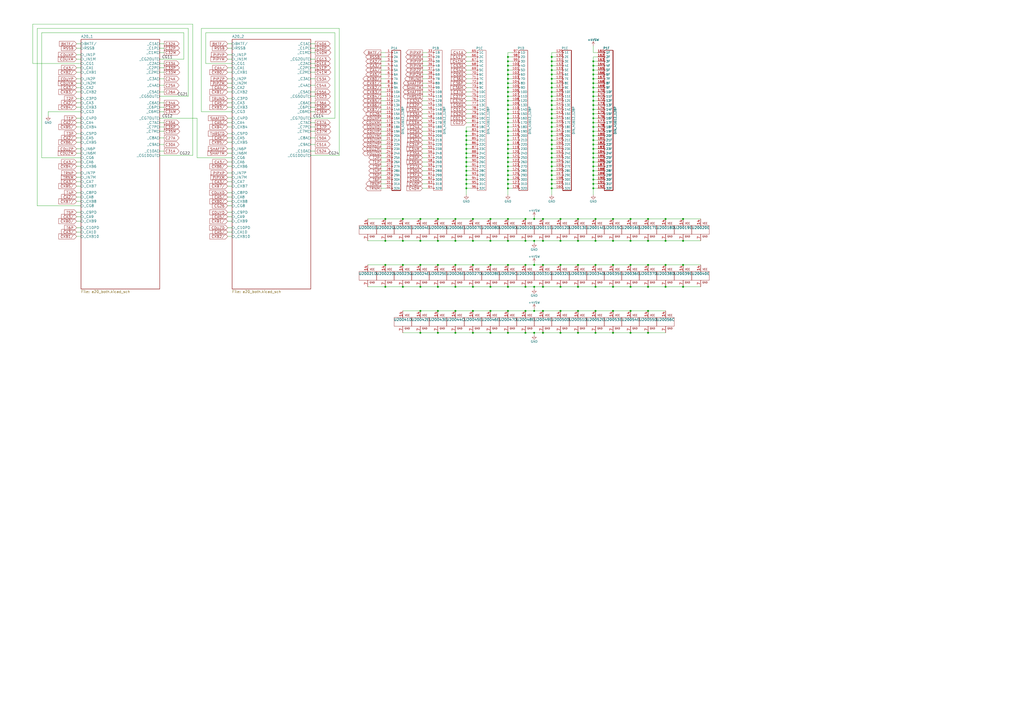
<source format=kicad_sch>
(kicad_sch (version 20211123) (generator eeschema)
  (paper "A2")
  (junction (at 320.04 76.2))
  (junction (at 320.04 45.72))
  (junction (at 294.64 127))
  (junction (at 294.64 109.22))
  (junction (at 386.08 153.67))
  (junction (at 375.92 166.37))
  (junction (at 320.04 71.12))
  (junction (at 344.17 35.56))
  (junction (at 294.64 76.2))
  (junction (at 254 180.34))
  (junction (at 243.84 153.67))
  (junction (at 294.64 55.88))
  (junction (at 304.8 193.04))
  (junction (at 304.8 127))
  (junction (at 294.64 40.64))
  (junction (at 274.32 166.37))
  (junction (at 294.64 139.7))
  (junction (at 314.96 180.34))
  (junction (at 320.04 66.04))
  (junction (at 274.32 180.34))
  (junction (at 355.6 180.34))
  (junction (at 270.51 101.6))
  (junction (at 264.16 139.7))
  (junction (at 344.17 50.8))
  (junction (at 325.12 180.34))
  (junction (at 243.84 193.04))
  (junction (at 294.64 48.26))
  (junction (at 274.32 127))
  (junction (at 345.44 127))
  (junction (at 294.64 83.82))
  (junction (at 294.64 60.96))
  (junction (at 320.04 40.64))
  (junction (at 344.17 45.72))
  (junction (at 294.64 91.44))
  (junction (at 375.92 180.34))
  (junction (at 243.84 166.37))
  (junction (at 314.96 193.04))
  (junction (at 344.17 53.34))
  (junction (at 304.8 166.37))
  (junction (at 375.92 193.04))
  (junction (at 314.96 139.7))
  (junction (at 223.52 166.37))
  (junction (at 396.24 153.67))
  (junction (at 294.64 153.67))
  (junction (at 344.17 88.9))
  (junction (at 294.64 50.8))
  (junction (at 309.88 180.34))
  (junction (at 270.51 78.74))
  (junction (at 344.17 66.04))
  (junction (at 223.52 139.7))
  (junction (at 294.64 101.6))
  (junction (at 304.8 153.67))
  (junction (at 396.24 166.37))
  (junction (at 270.51 81.28))
  (junction (at 294.64 104.14))
  (junction (at 320.04 48.26))
  (junction (at 320.04 43.18))
  (junction (at 355.6 139.7))
  (junction (at 270.51 76.2))
  (junction (at 294.64 73.66))
  (junction (at 375.92 127))
  (junction (at 386.08 166.37))
  (junction (at 309.88 127))
  (junction (at 365.76 127))
  (junction (at 294.64 58.42))
  (junction (at 314.96 153.67))
  (junction (at 344.17 104.14))
  (junction (at 320.04 86.36))
  (junction (at 320.04 109.22))
  (junction (at 274.32 193.04))
  (junction (at 284.48 166.37))
  (junction (at 304.8 139.7))
  (junction (at 270.51 104.14))
  (junction (at 264.16 180.34))
  (junction (at 325.12 127))
  (junction (at 344.17 99.06))
  (junction (at 270.51 93.98))
  (junction (at 344.17 60.96))
  (junction (at 375.92 153.67))
  (junction (at 294.64 38.1))
  (junction (at 320.04 81.28))
  (junction (at 233.68 127))
  (junction (at 264.16 193.04))
  (junction (at 233.68 153.67))
  (junction (at 335.28 139.7))
  (junction (at 365.76 193.04))
  (junction (at 294.64 33.02))
  (junction (at 320.04 33.02))
  (junction (at 335.28 153.67))
  (junction (at 270.51 96.52))
  (junction (at 254 166.37))
  (junction (at 344.17 73.66))
  (junction (at 270.51 88.9))
  (junction (at 223.52 127))
  (junction (at 294.64 88.9))
  (junction (at 344.17 43.18))
  (junction (at 335.28 193.04))
  (junction (at 284.48 153.67))
  (junction (at 294.64 45.72))
  (junction (at 309.88 193.04))
  (junction (at 294.64 78.74))
  (junction (at 344.17 68.58))
  (junction (at 355.6 127))
  (junction (at 345.44 166.37))
  (junction (at 314.96 166.37))
  (junction (at 254 139.7))
  (junction (at 325.12 166.37))
  (junction (at 320.04 38.1))
  (junction (at 320.04 68.58))
  (junction (at 320.04 101.6))
  (junction (at 344.17 63.5))
  (junction (at 294.64 166.37))
  (junction (at 344.17 71.12))
  (junction (at 345.44 153.67))
  (junction (at 344.17 55.88))
  (junction (at 320.04 93.98))
  (junction (at 344.17 48.26))
  (junction (at 320.04 60.96))
  (junction (at 264.16 153.67))
  (junction (at 345.44 139.7))
  (junction (at 344.17 58.42))
  (junction (at 345.44 180.34))
  (junction (at 355.6 193.04))
  (junction (at 284.48 193.04))
  (junction (at 320.04 99.06))
  (junction (at 386.08 127))
  (junction (at 365.76 166.37))
  (junction (at 386.08 139.7))
  (junction (at 294.64 99.06))
  (junction (at 344.17 78.74))
  (junction (at 320.04 83.82))
  (junction (at 284.48 180.34))
  (junction (at 345.44 193.04))
  (junction (at 320.04 58.42))
  (junction (at 320.04 88.9))
  (junction (at 365.76 180.34))
  (junction (at 243.84 127))
  (junction (at 294.64 63.5))
  (junction (at 294.64 86.36))
  (junction (at 320.04 78.74))
  (junction (at 243.84 180.34))
  (junction (at 274.32 153.67))
  (junction (at 284.48 127))
  (junction (at 365.76 153.67))
  (junction (at 294.64 68.58))
  (junction (at 355.6 166.37))
  (junction (at 320.04 73.66))
  (junction (at 396.24 139.7))
  (junction (at 254 153.67))
  (junction (at 309.88 153.67))
  (junction (at 294.64 71.12))
  (junction (at 344.17 81.28))
  (junction (at 355.6 153.67))
  (junction (at 325.12 193.04))
  (junction (at 396.24 127))
  (junction (at 344.17 101.6))
  (junction (at 335.28 166.37))
  (junction (at 294.64 66.04))
  (junction (at 320.04 96.52))
  (junction (at 344.17 109.22))
  (junction (at 344.17 91.44))
  (junction (at 320.04 91.44))
  (junction (at 344.17 76.2))
  (junction (at 309.88 166.37))
  (junction (at 294.64 93.98))
  (junction (at 294.64 81.28))
  (junction (at 304.8 180.34))
  (junction (at 243.84 139.7))
  (junction (at 344.17 38.1))
  (junction (at 233.68 166.37))
  (junction (at 320.04 35.56))
  (junction (at 365.76 139.7))
  (junction (at 320.04 55.88))
  (junction (at 270.51 91.44))
  (junction (at 335.28 180.34))
  (junction (at 314.96 127))
  (junction (at 309.88 139.7))
  (junction (at 270.51 86.36))
  (junction (at 223.52 153.67))
  (junction (at 284.48 139.7))
  (junction (at 344.17 40.64))
  (junction (at 294.64 96.52))
  (junction (at 294.64 106.68))
  (junction (at 325.12 153.67))
  (junction (at 294.64 43.18))
  (junction (at 320.04 53.34))
  (junction (at 344.17 96.52))
  (junction (at 233.68 139.7))
  (junction (at 270.51 106.68))
  (junction (at 294.64 180.34))
  (junction (at 294.64 193.04))
  (junction (at 344.17 86.36))
  (junction (at 375.92 139.7))
  (junction (at 335.28 127))
  (junction (at 344.17 106.68))
  (junction (at 264.16 166.37))
  (junction (at 294.64 53.34))
  (junction (at 325.12 139.7))
  (junction (at 270.51 99.06))
  (junction (at 274.32 139.7))
  (junction (at 254 193.04))
  (junction (at 270.51 109.22))
  (junction (at 344.17 83.82))
  (junction (at 270.51 83.82))
  (junction (at 294.64 35.56))
  (junction (at 320.04 50.8))
  (junction (at 320.04 106.68))
  (junction (at 344.17 93.98))
  (junction (at 264.16 127))
  (junction (at 254 127))
  (junction (at 320.04 63.5))
  (junction (at 320.04 104.14))
  (wire (pts (xy 245.11 104.14) (xy 247.65 104.14)))
  (wire (pts (xy 243.84 127) (xy 254 127)))
  (wire (pts (xy 320.04 76.2) (xy 322.58 76.2)))
  (wire (pts (xy 44.45 116.84) (xy 46.99 116.84)))
  (wire (pts (xy 106.68 19.05) (xy 24.13 19.05)))
  (wire (pts (xy 270.51 81.28) (xy 270.51 83.82)))
  (wire (pts (xy 294.64 60.96) (xy 294.64 63.5)))
  (wire (pts (xy 365.76 166.37) (xy 355.6 166.37)))
  (wire (pts (xy 132.08 128.27) (xy 134.62 128.27)))
  (wire (pts (xy 294.64 71.12) (xy 297.18 71.12)))
  (wire (pts (xy 220.98 71.12) (xy 223.52 71.12)))
  (wire (pts (xy 233.68 180.34) (xy 243.84 180.34)))
  (wire (pts (xy 254 180.34) (xy 264.16 180.34)))
  (wire (pts (xy 213.36 127) (xy 223.52 127)))
  (wire (pts (xy 44.45 53.34) (xy 46.99 53.34)))
  (wire (pts (xy 182.88 80.01) (xy 180.34 80.01)))
  (wire (pts (xy 344.17 81.28) (xy 344.17 83.82)))
  (wire (pts (xy 314.96 127) (xy 325.12 127)))
  (wire (pts (xy 309.88 179.07) (xy 309.88 180.34)))
  (wire (pts (xy 245.11 55.88) (xy 247.65 55.88)))
  (wire (pts (xy 245.11 45.72) (xy 247.65 45.72)))
  (wire (pts (xy 294.64 109.22) (xy 297.18 109.22)))
  (wire (pts (xy 245.11 96.52) (xy 247.65 96.52)))
  (wire (pts (xy 220.98 109.22) (xy 223.52 109.22)))
  (wire (pts (xy 220.98 40.64) (xy 223.52 40.64)))
  (wire (pts (xy 132.08 96.52) (xy 134.62 96.52)))
  (wire (pts (xy 294.64 83.82) (xy 297.18 83.82)))
  (wire (pts (xy 320.04 43.18) (xy 320.04 45.72)))
  (wire (pts (xy 182.88 45.72) (xy 180.34 45.72)))
  (wire (pts (xy 344.17 81.28) (xy 346.71 81.28)))
  (wire (pts (xy 294.64 76.2) (xy 297.18 76.2)))
  (wire (pts (xy 396.24 166.37) (xy 386.08 166.37)))
  (wire (pts (xy 344.17 63.5) (xy 344.17 66.04)))
  (wire (pts (xy 344.17 53.34) (xy 344.17 55.88)))
  (wire (pts (xy 294.64 50.8) (xy 297.18 50.8)))
  (wire (pts (xy 270.51 93.98) (xy 273.05 93.98)))
  (wire (pts (xy 344.17 38.1) (xy 346.71 38.1)))
  (wire (pts (xy 320.04 93.98) (xy 322.58 93.98)))
  (wire (pts (xy 245.11 50.8) (xy 247.65 50.8)))
  (wire (pts (xy 19.05 36.83) (xy 46.99 36.83)))
  (wire (pts (xy 116.84 16.51) (xy 116.84 64.77)))
  (wire (pts (xy 320.04 43.18) (xy 322.58 43.18)))
  (wire (pts (xy 294.64 73.66) (xy 294.64 76.2)))
  (wire (pts (xy 220.98 96.52) (xy 223.52 96.52)))
  (wire (pts (xy 320.04 30.48) (xy 320.04 33.02)))
  (wire (pts (xy 320.04 81.28) (xy 320.04 83.82)))
  (wire (pts (xy 196.85 16.51) (xy 116.84 16.51)))
  (wire (pts (xy 132.08 105.41) (xy 134.62 105.41)))
  (wire (pts (xy 119.38 19.05) (xy 119.38 36.83)))
  (wire (pts (xy 304.8 127) (xy 309.88 127)))
  (wire (pts (xy 95.25 64.77) (xy 92.71 64.77)))
  (wire (pts (xy 294.64 40.64) (xy 297.18 40.64)))
  (wire (pts (xy 44.45 31.75) (xy 46.99 31.75)))
  (wire (pts (xy 346.71 33.02) (xy 344.17 33.02)))
  (wire (pts (xy 245.11 81.28) (xy 247.65 81.28)))
  (wire (pts (xy 325.12 193.04) (xy 314.96 193.04)))
  (wire (pts (xy 270.51 45.72) (xy 273.05 45.72)))
  (wire (pts (xy 320.04 78.74) (xy 320.04 81.28)))
  (wire (pts (xy 344.17 109.22) (xy 344.17 113.03)))
  (wire (pts (xy 245.11 83.82) (xy 247.65 83.82)))
  (wire (pts (xy 114.3 91.44) (xy 134.62 91.44)))
  (wire (pts (xy 270.51 99.06) (xy 273.05 99.06)))
  (wire (pts (xy 345.44 139.7) (xy 335.28 139.7)))
  (wire (pts (xy 344.17 99.06) (xy 344.17 101.6)))
  (wire (pts (xy 220.98 55.88) (xy 223.52 55.88)))
  (wire (pts (xy 344.17 99.06) (xy 346.71 99.06)))
  (wire (pts (xy 220.98 88.9) (xy 223.52 88.9)))
  (wire (pts (xy 344.17 76.2) (xy 344.17 78.74)))
  (wire (pts (xy 320.04 78.74) (xy 322.58 78.74)))
  (wire (pts (xy 44.45 134.62) (xy 46.99 134.62)))
  (wire (pts (xy 294.64 81.28) (xy 294.64 83.82)))
  (wire (pts (xy 320.04 33.02) (xy 320.04 35.56)))
  (wire (pts (xy 132.08 123.19) (xy 134.62 123.19)))
  (wire (pts (xy 375.92 153.67) (xy 386.08 153.67)))
  (wire (pts (xy 44.45 59.69) (xy 46.99 59.69)))
  (wire (pts (xy 320.04 76.2) (xy 320.04 78.74)))
  (wire (pts (xy 180.34 90.17) (xy 196.85 90.17)))
  (wire (pts (xy 245.11 109.22) (xy 247.65 109.22)))
  (wire (pts (xy 320.04 55.88) (xy 320.04 58.42)))
  (wire (pts (xy 95.25 45.72) (xy 92.71 45.72)))
  (wire (pts (xy 314.96 180.34) (xy 325.12 180.34)))
  (wire (pts (xy 375.92 180.34) (xy 386.08 180.34)))
  (wire (pts (xy 44.45 62.23) (xy 46.99 62.23)))
  (wire (pts (xy 320.04 63.5) (xy 322.58 63.5)))
  (wire (pts (xy 335.28 127) (xy 345.44 127)))
  (wire (pts (xy 344.17 109.22) (xy 346.71 109.22)))
  (wire (pts (xy 270.51 43.18) (xy 273.05 43.18)))
  (wire (pts (xy 344.17 91.44) (xy 344.17 93.98)))
  (wire (pts (xy 309.88 166.37) (xy 309.88 167.64)))
  (wire (pts (xy 132.08 73.66) (xy 134.62 73.66)))
  (wire (pts (xy 254 193.04) (xy 243.84 193.04)))
  (wire (pts (xy 344.17 35.56) (xy 344.17 38.1)))
  (wire (pts (xy 344.17 88.9) (xy 344.17 91.44)))
  (wire (pts (xy 245.11 68.58) (xy 247.65 68.58)))
  (wire (pts (xy 396.24 153.67) (xy 406.4 153.67)))
  (wire (pts (xy 270.51 101.6) (xy 273.05 101.6)))
  (wire (pts (xy 270.51 30.48) (xy 273.05 30.48)))
  (wire (pts (xy 344.17 30.48) (xy 344.17 26.67)))
  (wire (pts (xy 345.44 180.34) (xy 355.6 180.34)))
  (wire (pts (xy 243.84 153.67) (xy 254 153.67)))
  (wire (pts (xy 44.45 93.98) (xy 46.99 93.98)))
  (wire (pts (xy 132.08 59.69) (xy 134.62 59.69)))
  (wire (pts (xy 270.51 109.22) (xy 270.51 113.03)))
  (wire (pts (xy 270.51 86.36) (xy 270.51 88.9)))
  (wire (pts (xy 309.88 139.7) (xy 304.8 139.7)))
  (wire (pts (xy 344.17 55.88) (xy 344.17 58.42)))
  (wire (pts (xy 132.08 57.15) (xy 134.62 57.15)))
  (wire (pts (xy 132.08 34.29) (xy 134.62 34.29)))
  (wire (pts (xy 294.64 30.48) (xy 294.64 33.02)))
  (wire (pts (xy 270.51 48.26) (xy 273.05 48.26)))
  (wire (pts (xy 245.11 58.42) (xy 247.65 58.42)))
  (wire (pts (xy 132.08 88.9) (xy 134.62 88.9)))
  (wire (pts (xy 270.51 83.82) (xy 273.05 83.82)))
  (wire (pts (xy 270.51 86.36) (xy 273.05 86.36)))
  (wire (pts (xy 194.31 19.05) (xy 119.38 19.05)))
  (wire (pts (xy 182.88 30.48) (xy 180.34 30.48)))
  (wire (pts (xy 294.64 96.52) (xy 294.64 99.06)))
  (wire (pts (xy 109.22 55.88) (xy 109.22 16.51)))
  (wire (pts (xy 95.25 36.83) (xy 92.71 36.83)))
  (wire (pts (xy 344.17 58.42) (xy 346.71 58.42)))
  (wire (pts (xy 220.98 104.14) (xy 223.52 104.14)))
  (wire (pts (xy 396.24 127) (xy 406.4 127)))
  (wire (pts (xy 355.6 139.7) (xy 345.44 139.7)))
  (wire (pts (xy 294.64 193.04) (xy 284.48 193.04)))
  (wire (pts (xy 294.64 166.37) (xy 284.48 166.37)))
  (wire (pts (xy 344.17 88.9) (xy 346.71 88.9)))
  (wire (pts (xy 116.84 64.77) (xy 134.62 64.77)))
  (wire (pts (xy 294.64 66.04) (xy 294.64 68.58)))
  (wire (pts (xy 320.04 101.6) (xy 322.58 101.6)))
  (wire (pts (xy 95.25 71.12) (xy 92.71 71.12)))
  (wire (pts (xy 406.4 139.7) (xy 396.24 139.7)))
  (wire (pts (xy 320.04 71.12) (xy 322.58 71.12)))
  (wire (pts (xy 92.71 55.88) (xy 109.22 55.88)))
  (wire (pts (xy 309.88 152.4) (xy 309.88 153.67)))
  (wire (pts (xy 344.17 78.74) (xy 346.71 78.74)))
  (wire (pts (xy 284.48 166.37) (xy 274.32 166.37)))
  (wire (pts (xy 344.17 48.26) (xy 344.17 50.8)))
  (wire (pts (xy 132.08 93.98) (xy 134.62 93.98)))
  (wire (pts (xy 132.08 53.34) (xy 134.62 53.34)))
  (wire (pts (xy 344.17 40.64) (xy 346.71 40.64)))
  (wire (pts (xy 132.08 48.26) (xy 134.62 48.26)))
  (wire (pts (xy 220.98 38.1) (xy 223.52 38.1)))
  (wire (pts (xy 270.51 106.68) (xy 273.05 106.68)))
  (wire (pts (xy 345.44 153.67) (xy 355.6 153.67)))
  (wire (pts (xy 294.64 93.98) (xy 294.64 96.52)))
  (wire (pts (xy 182.88 41.91) (xy 180.34 41.91)))
  (wire (pts (xy 254 127) (xy 264.16 127)))
  (wire (pts (xy 245.11 71.12) (xy 247.65 71.12)))
  (wire (pts (xy 245.11 60.96) (xy 247.65 60.96)))
  (wire (pts (xy 106.68 34.29) (xy 106.68 19.05)))
  (wire (pts (xy 132.08 71.12) (xy 134.62 71.12)))
  (wire (pts (xy 320.04 88.9) (xy 322.58 88.9)))
  (wire (pts (xy 320.04 91.44) (xy 322.58 91.44)))
  (wire (pts (xy 309.88 180.34) (xy 314.96 180.34)))
  (wire (pts (xy 46.99 64.77) (xy 27.94 64.77)))
  (wire (pts (xy 95.25 87.63) (xy 92.71 87.63)))
  (wire (pts (xy 182.88 49.53) (xy 180.34 49.53)))
  (wire (pts (xy 294.64 86.36) (xy 297.18 86.36)))
  (wire (pts (xy 223.52 166.37) (xy 213.36 166.37)))
  (wire (pts (xy 284.48 193.04) (xy 274.32 193.04)))
  (wire (pts (xy 320.04 81.28) (xy 322.58 81.28)))
  (wire (pts (xy 365.76 193.04) (xy 355.6 193.04)))
  (wire (pts (xy 270.51 78.74) (xy 270.51 81.28)))
  (wire (pts (xy 355.6 166.37) (xy 345.44 166.37)))
  (wire (pts (xy 27.94 64.77) (xy 27.94 67.31)))
  (wire (pts (xy 182.88 27.94) (xy 180.34 27.94)))
  (wire (pts (xy 344.17 68.58) (xy 346.71 68.58)))
  (wire (pts (xy 320.04 109.22) (xy 320.04 113.03)))
  (wire (pts (xy 344.17 66.04) (xy 346.71 66.04)))
  (wire (pts (xy 294.64 104.14) (xy 294.64 106.68)))
  (wire (pts (xy 270.51 106.68) (xy 270.51 109.22)))
  (wire (pts (xy 320.04 40.64) (xy 322.58 40.64)))
  (wire (pts (xy 320.04 48.26) (xy 320.04 50.8)))
  (wire (pts (xy 182.88 25.4) (xy 180.34 25.4)))
  (wire (pts (xy 344.17 38.1) (xy 344.17 40.64)))
  (wire (pts (xy 294.64 48.26) (xy 294.64 50.8)))
  (wire (pts (xy 44.45 105.41) (xy 46.99 105.41)))
  (wire (pts (xy 243.84 166.37) (xy 233.68 166.37)))
  (wire (pts (xy 24.13 19.05) (xy 24.13 91.44)))
  (wire (pts (xy 344.17 50.8) (xy 346.71 50.8)))
  (wire (pts (xy 304.8 139.7) (xy 294.64 139.7)))
  (wire (pts (xy 245.11 78.74) (xy 247.65 78.74)))
  (wire (pts (xy 335.28 153.67) (xy 345.44 153.67)))
  (wire (pts (xy 270.51 35.56) (xy 273.05 35.56)))
  (wire (pts (xy 320.04 66.04) (xy 320.04 68.58)))
  (wire (pts (xy 220.98 76.2) (xy 223.52 76.2)))
  (wire (pts (xy 325.12 127) (xy 335.28 127)))
  (wire (pts (xy 274.32 166.37) (xy 264.16 166.37)))
  (wire (pts (xy 44.45 128.27) (xy 46.99 128.27)))
  (wire (pts (xy 320.04 35.56) (xy 320.04 38.1)))
  (wire (pts (xy 44.45 68.58) (xy 46.99 68.58)))
  (wire (pts (xy 254 139.7) (xy 243.84 139.7)))
  (wire (pts (xy 346.71 30.48) (xy 344.17 30.48)))
  (wire (pts (xy 95.25 76.2) (xy 92.71 76.2)))
  (wire (pts (xy 320.04 60.96) (xy 320.04 63.5)))
  (wire (pts (xy 44.45 73.66) (xy 46.99 73.66)))
  (wire (pts (xy 320.04 104.14) (xy 320.04 106.68)))
  (wire (pts (xy 270.51 33.02) (xy 273.05 33.02)))
  (wire (pts (xy 320.04 88.9) (xy 320.04 91.44)))
  (wire (pts (xy 245.11 30.48) (xy 247.65 30.48)))
  (wire (pts (xy 245.11 99.06) (xy 247.65 99.06)))
  (wire (pts (xy 304.8 193.04) (xy 294.64 193.04)))
  (wire (pts (xy 264.16 193.04) (xy 254 193.04)))
  (wire (pts (xy 95.25 83.82) (xy 92.71 83.82)))
  (wire (pts (xy 274.32 153.67) (xy 284.48 153.67)))
  (wire (pts (xy 320.04 53.34) (xy 322.58 53.34)))
  (wire (pts (xy 132.08 25.4) (xy 134.62 25.4)))
  (wire (pts (xy 233.68 127) (xy 243.84 127)))
  (wire (pts (xy 44.45 77.47) (xy 46.99 77.47)))
  (wire (pts (xy 182.88 36.83) (xy 180.34 36.83)))
  (wire (pts (xy 44.45 100.33) (xy 46.99 100.33)))
  (wire (pts (xy 245.11 40.64) (xy 247.65 40.64)))
  (wire (pts (xy 375.92 166.37) (xy 365.76 166.37)))
  (wire (pts (xy 95.25 27.94) (xy 92.71 27.94)))
  (wire (pts (xy 294.64 86.36) (xy 294.64 88.9)))
  (wire (pts (xy 132.08 27.94) (xy 134.62 27.94)))
  (wire (pts (xy 320.04 55.88) (xy 322.58 55.88)))
  (wire (pts (xy 320.04 101.6) (xy 320.04 104.14)))
  (wire (pts (xy 320.04 91.44) (xy 320.04 93.98)))
  (wire (pts (xy 132.08 50.8) (xy 134.62 50.8)))
  (wire (pts (xy 44.45 34.29) (xy 46.99 34.29)))
  (wire (pts (xy 294.64 58.42) (xy 297.18 58.42)))
  (wire (pts (xy 132.08 114.3) (xy 134.62 114.3)))
  (wire (pts (xy 132.08 39.37) (xy 134.62 39.37)))
  (wire (pts (xy 220.98 106.68) (xy 223.52 106.68)))
  (wire (pts (xy 355.6 127) (xy 365.76 127)))
  (wire (pts (xy 95.25 49.53) (xy 92.71 49.53)))
  (wire (pts (xy 309.88 127) (xy 314.96 127)))
  (wire (pts (xy 406.4 166.37) (xy 396.24 166.37)))
  (wire (pts (xy 320.04 35.56) (xy 322.58 35.56)))
  (wire (pts (xy 344.17 104.14) (xy 346.71 104.14)))
  (wire (pts (xy 294.64 63.5) (xy 297.18 63.5)))
  (wire (pts (xy 355.6 180.34) (xy 365.76 180.34)))
  (wire (pts (xy 344.17 58.42) (xy 344.17 60.96)))
  (wire (pts (xy 320.04 48.26) (xy 322.58 48.26)))
  (wire (pts (xy 284.48 153.67) (xy 294.64 153.67)))
  (wire (pts (xy 320.04 45.72) (xy 320.04 48.26)))
  (wire (pts (xy 132.08 125.73) (xy 134.62 125.73)))
  (wire (pts (xy 320.04 66.04) (xy 322.58 66.04)))
  (wire (pts (xy 270.51 88.9) (xy 273.05 88.9)))
  (wire (pts (xy 325.12 139.7) (xy 314.96 139.7)))
  (wire (pts (xy 132.08 77.47) (xy 134.62 77.47)))
  (wire (pts (xy 344.17 106.68) (xy 346.71 106.68)))
  (wire (pts (xy 223.52 153.67) (xy 233.68 153.67)))
  (wire (pts (xy 309.88 193.04) (xy 304.8 193.04)))
  (wire (pts (xy 182.88 71.12) (xy 180.34 71.12)))
  (wire (pts (xy 132.08 102.87) (xy 134.62 102.87)))
  (wire (pts (xy 270.51 55.88) (xy 273.05 55.88)))
  (wire (pts (xy 245.11 73.66) (xy 247.65 73.66)))
  (wire (pts (xy 44.45 86.36) (xy 46.99 86.36)))
  (wire (pts (xy 220.98 45.72) (xy 223.52 45.72)))
  (wire (pts (xy 294.64 127) (xy 304.8 127)))
  (wire (pts (xy 270.51 81.28) (xy 273.05 81.28)))
  (wire (pts (xy 325.12 153.67) (xy 335.28 153.67)))
  (wire (pts (xy 274.32 139.7) (xy 264.16 139.7)))
  (wire (pts (xy 270.51 99.06) (xy 270.51 101.6)))
  (wire (pts (xy 344.17 73.66) (xy 344.17 76.2)))
  (wire (pts (xy 320.04 50.8) (xy 320.04 53.34)))
  (wire (pts (xy 194.31 68.58) (xy 194.31 19.05)))
  (wire (pts (xy 44.45 125.73) (xy 46.99 125.73)))
  (wire (pts (xy 284.48 180.34) (xy 294.64 180.34)))
  (wire (pts (xy 320.04 68.58) (xy 322.58 68.58)))
  (wire (pts (xy 294.64 66.04) (xy 297.18 66.04)))
  (wire (pts (xy 320.04 73.66) (xy 320.04 76.2)))
  (wire (pts (xy 92.71 68.58) (xy 114.3 68.58)))
  (wire (pts (xy 344.17 48.26) (xy 346.71 48.26)))
  (wire (pts (xy 220.98 86.36) (xy 223.52 86.36)))
  (wire (pts (xy 44.45 107.95) (xy 46.99 107.95)))
  (wire (pts (xy 270.51 96.52) (xy 273.05 96.52)))
  (wire (pts (xy 294.64 109.22) (xy 294.64 113.03)))
  (wire (pts (xy 270.51 76.2) (xy 270.51 78.74)))
  (wire (pts (xy 44.45 102.87) (xy 46.99 102.87)))
  (wire (pts (xy 270.51 76.2) (xy 273.05 76.2)))
  (wire (pts (xy 132.08 31.75) (xy 134.62 31.75)))
  (wire (pts (xy 344.17 104.14) (xy 344.17 106.68)))
  (wire (pts (xy 243.84 139.7) (xy 233.68 139.7)))
  (wire (pts (xy 294.64 139.7) (xy 284.48 139.7)))
  (wire (pts (xy 294.64 43.18) (xy 294.64 45.72)))
  (wire (pts (xy 245.11 93.98) (xy 247.65 93.98)))
  (wire (pts (xy 245.11 33.02) (xy 247.65 33.02)))
  (wire (pts (xy 254 166.37) (xy 243.84 166.37)))
  (wire (pts (xy 309.88 153.67) (xy 314.96 153.67)))
  (wire (pts (xy 396.24 139.7) (xy 386.08 139.7)))
  (wire (pts (xy 92.71 90.17) (xy 111.76 90.17)))
  (wire (pts (xy 386.08 127) (xy 396.24 127)))
  (wire (pts (xy 294.64 106.68) (xy 297.18 106.68)))
  (wire (pts (xy 182.88 73.66) (xy 180.34 73.66)))
  (wire (pts (xy 220.98 30.48) (xy 223.52 30.48)))
  (wire (pts (xy 95.25 41.91) (xy 92.71 41.91)))
  (wire (pts (xy 344.17 55.88) (xy 346.71 55.88)))
  (wire (pts (xy 132.08 82.55) (xy 134.62 82.55)))
  (wire (pts (xy 344.17 96.52) (xy 346.71 96.52)))
  (wire (pts (xy 294.64 99.06) (xy 297.18 99.06)))
  (wire (pts (xy 95.25 73.66) (xy 92.71 73.66)))
  (wire (pts (xy 344.17 101.6) (xy 344.17 104.14)))
  (wire (pts (xy 294.64 96.52) (xy 297.18 96.52)))
  (wire (pts (xy 294.64 101.6) (xy 294.64 104.14)))
  (wire (pts (xy 270.51 40.64) (xy 273.05 40.64)))
  (wire (pts (xy 243.84 193.04) (xy 233.68 193.04)))
  (wire (pts (xy 132.08 41.91) (xy 134.62 41.91)))
  (wire (pts (xy 294.64 76.2) (xy 294.64 78.74)))
  (wire (pts (xy 44.45 132.08) (xy 46.99 132.08)))
  (wire (pts (xy 294.64 53.34) (xy 297.18 53.34)))
  (wire (pts (xy 245.11 35.56) (xy 247.65 35.56)))
  (wire (pts (xy 344.17 71.12) (xy 346.71 71.12)))
  (wire (pts (xy 132.08 80.01) (xy 134.62 80.01)))
  (wire (pts (xy 264.16 139.7) (xy 254 139.7)))
  (wire (pts (xy 95.25 39.37) (xy 92.71 39.37)))
  (wire (pts (xy 320.04 106.68) (xy 320.04 109.22)))
  (wire (pts (xy 245.11 48.26) (xy 247.65 48.26)))
  (wire (pts (xy 345.44 193.04) (xy 335.28 193.04)))
  (wire (pts (xy 294.64 50.8) (xy 294.64 53.34)))
  (wire (pts (xy 294.64 180.34) (xy 304.8 180.34)))
  (wire (pts (xy 320.04 106.68) (xy 322.58 106.68)))
  (wire (pts (xy 270.51 96.52) (xy 270.51 99.06)))
  (wire (pts (xy 345.44 166.37) (xy 335.28 166.37)))
  (wire (pts (xy 243.84 180.34) (xy 254 180.34)))
  (wire (pts (xy 132.08 62.23) (xy 134.62 62.23)))
  (wire (pts (xy 320.04 38.1) (xy 322.58 38.1)))
  (wire (pts (xy 320.04 86.36) (xy 322.58 86.36)))
  (wire (pts (xy 245.11 88.9) (xy 247.65 88.9)))
  (wire (pts (xy 344.17 43.18) (xy 344.17 45.72)))
  (wire (pts (xy 386.08 139.7) (xy 375.92 139.7)))
  (wire (pts (xy 245.11 76.2) (xy 247.65 76.2)))
  (wire (pts (xy 132.08 134.62) (xy 134.62 134.62)))
  (wire (pts (xy 270.51 53.34) (xy 273.05 53.34)))
  (wire (pts (xy 274.32 127) (xy 284.48 127)))
  (wire (pts (xy 270.51 91.44) (xy 270.51 93.98)))
  (wire (pts (xy 220.98 33.02) (xy 223.52 33.02)))
  (wire (pts (xy 309.88 193.04) (xy 309.88 194.31)))
  (wire (pts (xy 294.64 153.67) (xy 304.8 153.67)))
  (wire (pts (xy 220.98 43.18) (xy 223.52 43.18)))
  (wire (pts (xy 245.11 91.44) (xy 247.65 91.44)))
  (wire (pts (xy 320.04 40.64) (xy 320.04 43.18)))
  (wire (pts (xy 92.71 34.29) (xy 106.68 34.29)))
  (wire (pts (xy 245.11 86.36) (xy 247.65 86.36)))
  (wire (pts (xy 320.04 83.82) (xy 320.04 86.36)))
  (wire (pts (xy 220.98 83.82) (xy 223.52 83.82)))
  (wire (pts (xy 254 153.67) (xy 264.16 153.67)))
  (wire (pts (xy 294.64 91.44) (xy 294.64 93.98)))
  (wire (pts (xy 44.45 137.16) (xy 46.99 137.16)))
  (wire (pts (xy 132.08 107.95) (xy 134.62 107.95)))
  (wire (pts (xy 320.04 99.06) (xy 322.58 99.06)))
  (wire (pts (xy 132.08 132.08) (xy 134.62 132.08)))
  (wire (pts (xy 344.17 45.72) (xy 346.71 45.72)))
  (wire (pts (xy 294.64 43.18) (xy 297.18 43.18)))
  (wire (pts (xy 344.17 101.6) (xy 346.71 101.6)))
  (wire (pts (xy 220.98 35.56) (xy 223.52 35.56)))
  (wire (pts (xy 320.04 109.22) (xy 322.58 109.22)))
  (wire (pts (xy 314.96 193.04) (xy 309.88 193.04)))
  (wire (pts (xy 132.08 116.84) (xy 134.62 116.84)))
  (wire (pts (xy 270.51 104.14) (xy 273.05 104.14)))
  (wire (pts (xy 270.51 68.58) (xy 273.05 68.58)))
  (wire (pts (xy 264.16 180.34) (xy 274.32 180.34)))
  (wire (pts (xy 95.25 80.01) (xy 92.71 80.01)))
  (wire (pts (xy 294.64 91.44) (xy 297.18 91.44)))
  (wire (pts (xy 182.88 53.34) (xy 180.34 53.34)))
  (wire (pts (xy 182.88 62.23) (xy 180.34 62.23)))
  (wire (pts (xy 344.17 71.12) (xy 344.17 73.66)))
  (wire (pts (xy 44.45 48.26) (xy 46.99 48.26)))
  (wire (pts (xy 320.04 99.06) (xy 320.04 101.6)))
  (wire (pts (xy 344.17 66.04) (xy 344.17 68.58)))
  (wire (pts (xy 182.88 59.69) (xy 180.34 59.69)))
  (wire (pts (xy 335.28 193.04) (xy 325.12 193.04)))
  (wire (pts (xy 270.51 73.66) (xy 273.05 73.66)))
  (wire (pts (xy 386.08 166.37) (xy 375.92 166.37)))
  (wire (pts (xy 335.28 166.37) (xy 325.12 166.37)))
  (wire (pts (xy 294.64 58.42) (xy 294.64 60.96)))
  (wire (pts (xy 114.3 68.58) (xy 114.3 91.44)))
  (wire (pts (xy 294.64 38.1) (xy 297.18 38.1)))
  (wire (pts (xy 44.45 45.72) (xy 46.99 45.72)))
  (wire (pts (xy 264.16 153.67) (xy 274.32 153.67)))
  (wire (pts (xy 344.17 83.82) (xy 344.17 86.36)))
  (wire (pts (xy 320.04 68.58) (xy 320.04 71.12)))
  (wire (pts (xy 44.45 50.8) (xy 46.99 50.8)))
  (wire (pts (xy 274.32 180.34) (xy 284.48 180.34)))
  (wire (pts (xy 182.88 64.77) (xy 180.34 64.77)))
  (wire (pts (xy 320.04 38.1) (xy 320.04 40.64)))
  (wire (pts (xy 270.51 63.5) (xy 273.05 63.5)))
  (wire (pts (xy 132.08 68.58) (xy 134.62 68.58)))
  (wire (pts (xy 245.11 66.04) (xy 247.65 66.04)))
  (wire (pts (xy 320.04 96.52) (xy 322.58 96.52)))
  (wire (pts (xy 346.71 35.56) (xy 344.17 35.56)))
  (wire (pts (xy 304.8 166.37) (xy 294.64 166.37)))
  (wire (pts (xy 344.17 78.74) (xy 344.17 81.28)))
  (wire (pts (xy 213.36 153.67) (xy 223.52 153.67)))
  (wire (pts (xy 270.51 50.8) (xy 273.05 50.8)))
  (wire (pts (xy 344.17 76.2) (xy 346.71 76.2)))
  (wire (pts (xy 335.28 180.34) (xy 345.44 180.34)))
  (wire (pts (xy 304.8 180.34) (xy 309.88 180.34)))
  (wire (pts (xy 294.64 45.72) (xy 294.64 48.26)))
  (wire (pts (xy 314.96 166.37) (xy 309.88 166.37)))
  (wire (pts (xy 335.28 139.7) (xy 325.12 139.7)))
  (wire (pts (xy 297.18 33.02) (xy 294.64 33.02)))
  (wire (pts (xy 270.51 91.44) (xy 273.05 91.44)))
  (wire (pts (xy 344.17 45.72) (xy 344.17 48.26)))
  (wire (pts (xy 320.04 58.42) (xy 322.58 58.42)))
  (wire (pts (xy 21.59 16.51) (xy 21.59 119.38)))
  (wire (pts (xy 270.51 66.04) (xy 273.05 66.04)))
  (wire (pts (xy 223.52 139.7) (xy 213.36 139.7)))
  (wire (pts (xy 320.04 53.34) (xy 320.04 55.88)))
  (wire (pts (xy 270.51 60.96) (xy 273.05 60.96)))
  (wire (pts (xy 294.64 73.66) (xy 297.18 73.66)))
  (wire (pts (xy 270.51 78.74) (xy 273.05 78.74)))
  (wire (pts (xy 320.04 86.36) (xy 320.04 88.9)))
  (wire (pts (xy 294.64 104.14) (xy 297.18 104.14)))
  (wire (pts (xy 220.98 60.96) (xy 223.52 60.96)))
  (wire (pts (xy 245.11 63.5) (xy 247.65 63.5)))
  (wire (pts (xy 294.64 35.56) (xy 294.64 38.1)))
  (wire (pts (xy 325.12 180.34) (xy 335.28 180.34)))
  (wire (pts (xy 270.51 83.82) (xy 270.51 86.36)))
  (wire (pts (xy 355.6 153.67) (xy 365.76 153.67)))
  (wire (pts (xy 44.45 80.01) (xy 46.99 80.01)))
  (wire (pts (xy 182.88 34.29) (xy 180.34 34.29)))
  (wire (pts (xy 109.22 16.51) (xy 21.59 16.51)))
  (wire (pts (xy 182.88 87.63) (xy 180.34 87.63)))
  (wire (pts (xy 320.04 50.8) (xy 322.58 50.8)))
  (wire (pts (xy 233.68 166.37) (xy 223.52 166.37)))
  (wire (pts (xy 264.16 166.37) (xy 254 166.37)))
  (wire (pts (xy 95.25 53.34) (xy 92.71 53.34)))
  (wire (pts (xy 223.52 127) (xy 233.68 127)))
  (wire (pts (xy 44.45 41.91) (xy 46.99 41.91)))
  (wire (pts (xy 294.64 71.12) (xy 294.64 73.66)))
  (wire (pts (xy 44.45 96.52) (xy 46.99 96.52)))
  (wire (pts (xy 245.11 106.68) (xy 247.65 106.68)))
  (wire (pts (xy 344.17 86.36) (xy 344.17 88.9)))
  (wire (pts (xy 44.45 25.4) (xy 46.99 25.4)))
  (wire (pts (xy 44.45 39.37) (xy 46.99 39.37)))
  (wire (pts (xy 245.11 38.1) (xy 247.65 38.1)))
  (wire (pts (xy 344.17 63.5) (xy 346.71 63.5)))
  (wire (pts (xy 320.04 73.66) (xy 322.58 73.66)))
  (wire (pts (xy 294.64 78.74) (xy 294.64 81.28)))
  (wire (pts (xy 111.76 90.17) (xy 111.76 13.97)))
  (wire (pts (xy 294.64 88.9) (xy 297.18 88.9)))
  (wire (pts (xy 44.45 114.3) (xy 46.99 114.3)))
  (wire (pts (xy 355.6 193.04) (xy 345.44 193.04)))
  (wire (pts (xy 233.68 153.67) (xy 243.84 153.67)))
  (wire (pts (xy 270.51 88.9) (xy 270.51 91.44)))
  (wire (pts (xy 24.13 91.44) (xy 46.99 91.44)))
  (wire (pts (xy 119.38 36.83) (xy 134.62 36.83)))
  (wire (pts (xy 111.76 13.97) (xy 19.05 13.97)))
  (wire (pts (xy 95.25 30.48) (xy 92.71 30.48)))
  (wire (pts (xy 386.08 153.67) (xy 396.24 153.67)))
  (wire (pts (xy 294.64 33.02) (xy 294.64 35.56)))
  (wire (pts (xy 274.32 193.04) (xy 264.16 193.04)))
  (wire (pts (xy 220.98 93.98) (xy 223.52 93.98)))
  (wire (pts (xy 344.17 86.36) (xy 346.71 86.36)))
  (wire (pts (xy 95.25 62.23) (xy 92.71 62.23)))
  (wire (pts (xy 344.17 93.98) (xy 346.71 93.98)))
  (wire (pts (xy 294.64 99.06) (xy 294.64 101.6)))
  (wire (pts (xy 220.98 53.34) (xy 223.52 53.34)))
  (wire (pts (xy 44.45 71.12) (xy 46.99 71.12)))
  (wire (pts (xy 220.98 50.8) (xy 223.52 50.8)))
  (wire (pts (xy 320.04 58.42) (xy 320.04 60.96)))
  (wire (pts (xy 294.64 83.82) (xy 294.64 86.36)))
  (wire (pts (xy 220.98 78.74) (xy 223.52 78.74)))
  (wire (pts (xy 344.17 50.8) (xy 344.17 53.34)))
  (wire (pts (xy 320.04 93.98) (xy 320.04 96.52)))
  (wire (pts (xy 19.05 13.97) (xy 19.05 36.83)))
  (wire (pts (xy 270.51 73.66) (xy 270.51 76.2)))
  (wire (pts (xy 297.18 30.48) (xy 294.64 30.48)))
  (wire (pts (xy 44.45 27.94) (xy 46.99 27.94)))
  (wire (pts (xy 344.17 60.96) (xy 346.71 60.96)))
  (wire (pts (xy 233.68 139.7) (xy 223.52 139.7)))
  (wire (pts (xy 132.08 45.72) (xy 134.62 45.72)))
  (wire (pts (xy 21.59 119.38) (xy 46.99 119.38)))
  (wire (pts (xy 309.88 139.7) (xy 309.88 140.97)))
  (wire (pts (xy 220.98 63.5) (xy 223.52 63.5)))
  (wire (pts (xy 220.98 73.66) (xy 223.52 73.66)))
  (wire (pts (xy 344.17 60.96) (xy 344.17 63.5)))
  (wire (pts (xy 365.76 180.34) (xy 375.92 180.34)))
  (wire (pts (xy 270.51 71.12) (xy 273.05 71.12)))
  (wire (pts (xy 270.51 101.6) (xy 270.51 104.14)))
  (wire (pts (xy 294.64 40.64) (xy 294.64 43.18)))
  (wire (pts (xy 344.17 73.66) (xy 346.71 73.66)))
  (wire (pts (xy 182.88 55.88) (xy 180.34 55.88)))
  (wire (pts (xy 294.64 78.74) (xy 297.18 78.74)))
  (wire (pts (xy 95.25 59.69) (xy 92.71 59.69)))
  (wire (pts (xy 44.45 57.15) (xy 46.99 57.15)))
  (wire (pts (xy 294.64 68.58) (xy 294.64 71.12)))
  (wire (pts (xy 320.04 71.12) (xy 320.04 73.66)))
  (wire (pts (xy 220.98 68.58) (xy 223.52 68.58)))
  (wire (pts (xy 294.64 35.56) (xy 297.18 35.56)))
  (wire (pts (xy 344.17 43.18) (xy 346.71 43.18)))
  (wire (pts (xy 294.64 45.72) (xy 297.18 45.72)))
  (wire (pts (xy 95.25 25.4) (xy 92.71 25.4)))
  (wire (pts (xy 294.64 60.96) (xy 297.18 60.96)))
  (wire (pts (xy 344.17 33.02) (xy 344.17 35.56)))
  (wire (pts (xy 132.08 137.16) (xy 134.62 137.16)))
  (wire (pts (xy 294.64 48.26) (xy 297.18 48.26)))
  (wire (pts (xy 344.17 96.52) (xy 344.17 99.06)))
  (wire (pts (xy 294.64 88.9) (xy 294.64 91.44)))
  (wire (pts (xy 44.45 82.55) (xy 46.99 82.55)))
  (wire (pts (xy 320.04 83.82) (xy 322.58 83.82)))
  (wire (pts (xy 309.88 125.73) (xy 309.88 127)))
  (wire (pts (xy 180.34 68.58) (xy 194.31 68.58)))
  (wire (pts (xy 132.08 119.38) (xy 134.62 119.38)))
  (wire (pts (xy 294.64 81.28) (xy 297.18 81.28)))
  (wire (pts (xy 220.98 58.42) (xy 223.52 58.42)))
  (wire (pts (xy 320.04 60.96) (xy 322.58 60.96)))
  (wire (pts (xy 245.11 101.6) (xy 247.65 101.6)))
  (wire (pts (xy 220.98 48.26) (xy 223.52 48.26)))
  (wire (pts (xy 220.98 66.04) (xy 223.52 66.04)))
  (wire (pts (xy 309.88 166.37) (xy 304.8 166.37)))
  (wire (pts (xy 322.58 30.48) (xy 320.04 30.48)))
  (wire (pts (xy 132.08 111.76) (xy 134.62 111.76)))
  (wire (pts (xy 344.17 83.82) (xy 346.71 83.82)))
  (wire (pts (xy 322.58 33.02) (xy 320.04 33.02)))
  (wire (pts (xy 220.98 81.28) (xy 223.52 81.28)))
  (wire (pts (xy 365.76 139.7) (xy 355.6 139.7)))
  (wire (pts (xy 344.17 106.68) (xy 344.17 109.22)))
  (wire (pts (xy 245.11 53.34) (xy 247.65 53.34)))
  (wire (pts (xy 284.48 139.7) (xy 274.32 139.7)))
  (wire (pts (xy 294.64 63.5) (xy 294.64 66.04)))
  (wire (pts (xy 264.16 127) (xy 274.32 127)))
  (wire (pts (xy 270.51 109.22) (xy 273.05 109.22)))
  (wire (pts (xy 320.04 104.14) (xy 322.58 104.14)))
  (wire (pts (xy 344.17 93.98) (xy 344.17 96.52)))
  (wire (pts (xy 182.88 76.2) (xy 180.34 76.2)))
  (wire (pts (xy 365.76 127) (xy 375.92 127)))
  (wire (pts (xy 294.64 55.88) (xy 294.64 58.42)))
  (wire (pts (xy 44.45 111.76) (xy 46.99 111.76)))
  (wire (pts (xy 132.08 86.36) (xy 134.62 86.36)))
  (wire (pts (xy 304.8 153.67) (xy 309.88 153.67)))
  (wire (pts (xy 314.96 139.7) (xy 309.88 139.7)))
  (wire (pts (xy 245.11 43.18) (xy 247.65 43.18)))
  (wire (pts (xy 44.45 88.9) (xy 46.99 88.9)))
  (wire (pts (xy 182.88 83.82) (xy 180.34 83.82)))
  (wire (pts (xy 270.51 104.14) (xy 270.51 106.68)))
  (wire (pts (xy 132.08 100.33) (xy 134.62 100.33)))
  (wire (pts (xy 375.92 139.7) (xy 365.76 139.7)))
  (wire (pts (xy 44.45 123.19) (xy 46.99 123.19)))
  (wire (pts (xy 320.04 63.5) (xy 320.04 66.04)))
  (wire (pts (xy 270.51 58.42) (xy 273.05 58.42)))
  (wire (pts (xy 182.88 39.37) (xy 180.34 39.37)))
  (wire (pts (xy 294.64 55.88) (xy 297.18 55.88)))
  (wire (pts (xy 220.98 99.06) (xy 223.52 99.06)))
  (wire (pts (xy 386.08 193.04) (xy 375.92 193.04)))
  (wire (pts (xy 294.64 68.58) (xy 297.18 68.58)))
  (wire (pts (xy 375.92 127) (xy 386.08 127)))
  (wire (pts (xy 314.96 153.67) (xy 325.12 153.67)))
  (wire (pts (xy 344.17 68.58) (xy 344.17 71.12)))
  (wire (pts (xy 375.92 193.04) (xy 365.76 193.04)))
  (wire (pts (xy 344.17 53.34) (xy 346.71 53.34)))
  (wire (pts (xy 294.64 101.6) (xy 297.18 101.6)))
  (wire (pts (xy 365.76 153.67) (xy 375.92 153.67)))
  (wire (pts (xy 344.17 91.44) (xy 346.71 91.44)))
  (wire (pts (xy 220.98 101.6) (xy 223.52 101.6)))
  (wire (pts (xy 270.51 93.98) (xy 270.51 96.52)))
  (wire (pts (xy 270.51 38.1) (xy 273.05 38.1)))
  (wire (pts (xy 320.04 45.72) (xy 322.58 45.72)))
  (wire (pts (xy 284.48 127) (xy 294.64 127)))
  (wire (pts (xy 294.64 53.34) (xy 294.64 55.88)))
  (wire (pts (xy 320.04 96.52) (xy 320.04 99.06)))
  (wire (pts (xy 294.64 38.1) (xy 294.64 40.64)))
  (wire (pts (xy 196.85 90.17) (xy 196.85 16.51)))
  (wire (pts (xy 220.98 91.44) (xy 223.52 91.44)))
  (wire (pts (xy 294.64 106.68) (xy 294.64 109.22)))
  (wire (pts (xy 344.17 40.64) (xy 344.17 43.18)))
  (wire (pts (xy 325.12 166.37) (xy 314.96 166.37)))
  (wire (pts (xy 294.64 93.98) (xy 297.18 93.98)))
  (wire (pts (xy 345.44 127) (xy 355.6 127)))
  (label "CG11" (at 93.98 34.29 0) (effects (font (size 1.524 1.524))))
  (label "CG21" (at 102.87 55.88 0) (effects (font (size 1.524 1.524))))
  (label "CG12" (at 93.98 68.58 0) (effects (font (size 1.524 1.524))))
  (label "CG14" (at 181.61 68.58 0) (effects (font (size 1.524 1.524))))
  (label "CG24" (at 190.5 90.17 0) (effects (font (size 1.524 1.524))))
  (label "CG22" (at 104.14 90.17 0) (effects (font (size 1.524 1.524))))
  (global_label "TRNP" (shape input) (at 44.45 100.33 180) (effects (font (size 1.524 1.524))) (property "Intersheet References" "${INTERSHEET_REFS}" (effects hide)))
  (global_label "C55A" (shape output) (at 182.88 53.34 0) (effects (font (size 1.524 1.524))) (property "Intersheet References" "${INTERSHEET_REFS}" (effects hide)))
  (global_label "C33A" (shape input) (at 245.11 66.04 180) (effects (font (size 1.524 1.524))) (property "Intersheet References" "${INTERSHEET_REFS}" (effects hide)))
  (global_label "CA5/" (shape input) (at 132.08 80.01 180) (effects (font (size 1.524 1.524))) (property "Intersheet References" "${INTERSHEET_REFS}" (effects hide)))
  (global_label "C54A" (shape output) (at 182.88 49.53 0) (effects (font (size 1.524 1.524))) (property "Intersheet References" "${INTERSHEET_REFS}" (effects hide)))
  (global_label "C34A" (shape input) (at 245.11 81.28 180) (effects (font (size 1.524 1.524))) (property "Intersheet References" "${INTERSHEET_REFS}" (effects hide)))
  (global_label "C53A" (shape output) (at 182.88 45.72 0) (effects (font (size 1.524 1.524))) (property "Intersheet References" "${INTERSHEET_REFS}" (effects hide)))
  (global_label "CDUXD" (shape input) (at 132.08 111.76 180) (effects (font (size 1.524 1.524))) (property "Intersheet References" "${INTERSHEET_REFS}" (effects hide)))
  (global_label "C32A" (shape output) (at 95.25 25.4 0) (effects (font (size 1.524 1.524))) (property "Intersheet References" "${INTERSHEET_REFS}" (effects hide)))
  (global_label "CXB7/" (shape input) (at 132.08 107.95 180) (effects (font (size 1.524 1.524))) (property "Intersheet References" "${INTERSHEET_REFS}" (effects hide)))
  (global_label "CXB6/" (shape output) (at 220.98 60.96 180) (effects (font (size 1.524 1.524))) (property "Intersheet References" "${INTERSHEET_REFS}" (effects hide)))
  (global_label "CXB6/" (shape input) (at 44.45 82.55 180) (effects (font (size 1.524 1.524))) (property "Intersheet References" "${INTERSHEET_REFS}" (effects hide)))
  (global_label "THRSTD" (shape input) (at 132.08 77.47 180) (effects (font (size 1.524 1.524))) (property "Intersheet References" "${INTERSHEET_REFS}" (effects hide)))
  (global_label "PIPXP" (shape output) (at 245.11 30.48 180) (effects (font (size 1.524 1.524))) (property "Intersheet References" "${INTERSHEET_REFS}" (effects hide)))
  (global_label "C25A" (shape output) (at 95.25 49.53 0) (effects (font (size 1.524 1.524))) (property "Intersheet References" "${INTERSHEET_REFS}" (effects hide)))
  (global_label "CDUZM" (shape output) (at 220.98 86.36 180) (effects (font (size 1.524 1.524))) (property "Intersheet References" "${INTERSHEET_REFS}" (effects hide)))
  (global_label "T4P" (shape output) (at 220.98 99.06 180) (effects (font (size 1.524 1.524))) (property "Intersheet References" "${INTERSHEET_REFS}" (effects hide)))
  (global_label "CXB0/" (shape input) (at 44.45 128.27 180) (effects (font (size 1.524 1.524))) (property "Intersheet References" "${INTERSHEET_REFS}" (effects hide)))
  (global_label "C55A" (shape input) (at 270.51 43.18 180) (effects (font (size 1.524 1.524))) (property "Intersheet References" "${INTERSHEET_REFS}" (effects hide)))
  (global_label "C41A" (shape input) (at 270.51 30.48 180) (effects (font (size 1.524 1.524))) (property "Intersheet References" "${INTERSHEET_REFS}" (effects hide)))
  (global_label "C37P" (shape input) (at 270.51 55.88 180) (effects (font (size 1.524 1.524))) (property "Intersheet References" "${INTERSHEET_REFS}" (effects hide)))
  (global_label "C31A" (shape input) (at 245.11 101.6 180) (effects (font (size 1.524 1.524))) (property "Intersheet References" "${INTERSHEET_REFS}" (effects hide)))
  (global_label "CDUXM" (shape output) (at 220.98 71.12 180) (effects (font (size 1.524 1.524))) (property "Intersheet References" "${INTERSHEET_REFS}" (effects hide)))
  (global_label "CA5/" (shape input) (at 132.08 134.62 180) (effects (font (size 1.524 1.524))) (property "Intersheet References" "${INTERSHEET_REFS}" (effects hide)))
  (global_label "CDUZP" (shape output) (at 220.98 83.82 180) (effects (font (size 1.524 1.524))) (property "Intersheet References" "${INTERSHEET_REFS}" (effects hide)))
  (global_label "CA5/" (shape output) (at 220.98 43.18 180) (effects (font (size 1.524 1.524))) (property "Intersheet References" "${INTERSHEET_REFS}" (effects hide)))
  (global_label "C35P" (shape input) (at 245.11 91.44 180) (effects (font (size 1.524 1.524))) (property "Intersheet References" "${INTERSHEET_REFS}" (effects hide)))
  (global_label "PIPXM" (shape input) (at 132.08 102.87 180) (effects (font (size 1.524 1.524))) (property "Intersheet References" "${INTERSHEET_REFS}" (effects hide)))
  (global_label "CA3/" (shape input) (at 44.45 134.62 180) (effects (font (size 1.524 1.524))) (property "Intersheet References" "${INTERSHEET_REFS}" (effects hide)))
  (global_label "CDUYP" (shape input) (at 44.45 45.72 180) (effects (font (size 1.524 1.524))) (property "Intersheet References" "${INTERSHEET_REFS}" (effects hide)))
  (global_label "CG13" (shape input) (at 270.51 68.58 180) (effects (font (size 1.524 1.524))) (property "Intersheet References" "${INTERSHEET_REFS}" (effects hide)))
  (global_label "CXB6/" (shape input) (at 132.08 96.52 180) (effects (font (size 1.524 1.524))) (property "Intersheet References" "${INTERSHEET_REFS}" (effects hide)))
  (global_label "CDUZM" (shape input) (at 44.45 88.9 180) (effects (font (size 1.524 1.524))) (property "Intersheet References" "${INTERSHEET_REFS}" (effects hide)))
  (global_label "C40M" (shape input) (at 245.11 109.22 180) (effects (font (size 1.524 1.524))) (property "Intersheet References" "${INTERSHEET_REFS}" (effects hide)))
  (global_label "CXB1/" (shape output) (at 220.98 48.26 180) (effects (font (size 1.524 1.524))) (property "Intersheet References" "${INTERSHEET_REFS}" (effects hide)))
  (global_label "C33M" (shape output) (at 95.25 41.91 0) (effects (font (size 1.524 1.524))) (property "Intersheet References" "${INTERSHEET_REFS}" (effects hide)))
  (global_label "PIPYP" (shape output) (at 245.11 35.56 180) (effects (font (size 1.524 1.524))) (property "Intersheet References" "${INTERSHEET_REFS}" (effects hide)))
  (global_label "C35M" (shape input) (at 245.11 93.98 180) (effects (font (size 1.524 1.524))) (property "Intersheet References" "${INTERSHEET_REFS}" (effects hide)))
  (global_label "CXB2/" (shape output) (at 220.98 50.8 180) (effects (font (size 1.524 1.524))) (property "Intersheet References" "${INTERSHEET_REFS}" (effects hide)))
  (global_label "CA2/" (shape input) (at 44.45 80.01 180) (effects (font (size 1.524 1.524))) (property "Intersheet References" "${INTERSHEET_REFS}" (effects hide)))
  (global_label "C36M" (shape input) (at 270.51 50.8 180) (effects (font (size 1.524 1.524))) (property "Intersheet References" "${INTERSHEET_REFS}" (effects hide)))
  (global_label "C35A" (shape output) (at 95.25 71.12 0) (effects (font (size 1.524 1.524))) (property "Intersheet References" "${INTERSHEET_REFS}" (effects hide)))
  (global_label "C33P" (shape input) (at 245.11 68.58 180) (effects (font (size 1.524 1.524))) (property "Intersheet References" "${INTERSHEET_REFS}" (effects hide)))
  (global_label "C37P" (shape output) (at 182.88 73.66 0) (effects (font (size 1.524 1.524))) (property "Intersheet References" "${INTERSHEET_REFS}" (effects hide)))
  (global_label "C32A" (shape input) (at 245.11 58.42 180) (effects (font (size 1.524 1.524))) (property "Intersheet References" "${INTERSHEET_REFS}" (effects hide)))
  (global_label "CXB3/" (shape input) (at 44.45 53.34 180) (effects (font (size 1.524 1.524))) (property "Intersheet References" "${INTERSHEET_REFS}" (effects hide)))
  (global_label "C41M" (shape output) (at 182.88 41.91 0) (effects (font (size 1.524 1.524))) (property "Intersheet References" "${INTERSHEET_REFS}" (effects hide)))
  (global_label "RSSB" (shape input) (at 44.45 27.94 180) (effects (font (size 1.524 1.524))) (property "Intersheet References" "${INTERSHEET_REFS}" (effects hide)))
  (global_label "PIPYP" (shape input) (at 132.08 31.75 180) (effects (font (size 1.524 1.524))) (property "Intersheet References" "${INTERSHEET_REFS}" (effects hide)))
  (global_label "CXB4/" (shape output) (at 220.98 55.88 180) (effects (font (size 1.524 1.524))) (property "Intersheet References" "${INTERSHEET_REFS}" (effects hide)))
  (global_label "C54A" (shape input) (at 270.51 40.64 180) (effects (font (size 1.524 1.524))) (property "Intersheet References" "${INTERSHEET_REFS}" (effects hide)))
  (global_label "CXB1/" (shape input) (at 44.45 137.16 180) (effects (font (size 1.524 1.524))) (property "Intersheet References" "${INTERSHEET_REFS}" (effects hide)))
  (global_label "CXB5/" (shape output) (at 220.98 58.42 180) (effects (font (size 1.524 1.524))) (property "Intersheet References" "${INTERSHEET_REFS}" (effects hide)))
  (global_label "C35P" (shape output) (at 95.25 73.66 0) (effects (font (size 1.524 1.524))) (property "Intersheet References" "${INTERSHEET_REFS}" (effects hide)))
  (global_label "C30A" (shape output) (at 95.25 83.82 0) (effects (font (size 1.524 1.524))) (property "Intersheet References" "${INTERSHEET_REFS}" (effects hide)))
  (global_label "T3P" (shape output) (at 220.98 96.52 180) (effects (font (size 1.524 1.524))) (property "Intersheet References" "${INTERSHEET_REFS}" (effects hide)))
  (global_label "CXB0/" (shape output) (at 220.98 45.72 180) (effects (font (size 1.524 1.524))) (property "Intersheet References" "${INTERSHEET_REFS}" (effects hide)))
  (global_label "C32M" (shape output) (at 95.25 30.48 0) (effects (font (size 1.524 1.524))) (property "Intersheet References" "${INTERSHEET_REFS}" (effects hide)))
  (global_label "C41M" (shape input) (at 270.51 35.56 180) (effects (font (size 1.524 1.524))) (property "Intersheet References" "${INTERSHEET_REFS}" (effects hide)))
  (global_label "CG23" (shape output) (at 182.88 55.88 0) (effects (font (size 1.524 1.524))) (property "Intersheet References" "${INTERSHEET_REFS}" (effects hide)))
  (global_label "C40A" (shape input) (at 245.11 104.14 180) (effects (font (size 1.524 1.524))) (property "Intersheet References" "${INTERSHEET_REFS}" (effects hide)))
  (global_label "CA2/" (shape input) (at 44.45 59.69 180) (effects (font (size 1.524 1.524))) (property "Intersheet References" "${INTERSHEET_REFS}" (effects hide)))
  (global_label "T2P" (shape input) (at 44.45 57.15 180) (effects (font (size 1.524 1.524))) (property "Intersheet References" "${INTERSHEET_REFS}" (effects hide)))
  (global_label "C24A" (shape output) (at 95.25 45.72 0) (effects (font (size 1.524 1.524))) (property "Intersheet References" "${INTERSHEET_REFS}" (effects hide)))
  (global_label "C25A" (shape input) (at 245.11 76.2 180) (effects (font (size 1.524 1.524))) (property "Intersheet References" "${INTERSHEET_REFS}" (effects hide)))
  (global_label "C37A" (shape output) (at 182.88 71.12 0) (effects (font (size 1.524 1.524))) (property "Intersheet References" "${INTERSHEET_REFS}" (effects hide)))
  (global_label "CXB1/" (shape input) (at 132.08 128.27 180) (effects (font (size 1.524 1.524))) (property "Intersheet References" "${INTERSHEET_REFS}" (effects hide)))
  (global_label "C40P" (shape output) (at 182.88 27.94 0) (effects (font (size 1.524 1.524))) (property "Intersheet References" "${INTERSHEET_REFS}" (effects hide)))
  (global_label "C37A" (shape input) (at 270.51 53.34 180) (effects (font (size 1.524 1.524))) (property "Intersheet References" "${INTERSHEET_REFS}" (effects hide)))
  (global_label "C35A" (shape input) (at 245.11 88.9 180) (effects (font (size 1.524 1.524))) (property "Intersheet References" "${INTERSHEET_REFS}" (effects hide)))
  (global_label "T6P" (shape output) (at 220.98 104.14 180) (effects (font (size 1.524 1.524))) (property "Intersheet References" "${INTERSHEET_REFS}" (effects hide)))
  (global_label "CG13" (shape output) (at 182.88 34.29 0) (effects (font (size 1.524 1.524))) (property "Intersheet References" "${INTERSHEET_REFS}" (effects hide)))
  (global_label "T6P" (shape input) (at 44.45 132.08 180) (effects (font (size 1.524 1.524))) (property "Intersheet References" "${INTERSHEET_REFS}" (effects hide)))
  (global_label "CA3/" (shape input) (at 44.45 93.98 180) (effects (font (size 1.524 1.524))) (property "Intersheet References" "${INTERSHEET_REFS}" (effects hide)))
  (global_label "C26A" (shape output) (at 95.25 53.34 0) (effects (font (size 1.524 1.524))) (property "Intersheet References" "${INTERSHEET_REFS}" (effects hide)))
  (global_label "T5P" (shape output) (at 220.98 101.6 180) (effects (font (size 1.524 1.524))) (property "Intersheet References" "${INTERSHEET_REFS}" (effects hide)))
  (global_label "C52A" (shape output) (at 182.88 87.63 0) (effects (font (size 1.524 1.524))) (property "Intersheet References" "${INTERSHEET_REFS}" (effects hide)))
  (global_label "C37M" (shape output) (at 182.88 76.2 0) (effects (font (size 1.524 1.524))) (property "Intersheet References" "${INTERSHEET_REFS}" (effects hide)))
  (global_label "PIPYM" (shape input) (at 132.08 34.29 180) (effects (font (size 1.524 1.524))) (property "Intersheet References" "${INTERSHEET_REFS}" (effects hide)))
  (global_label "CXB5/" (shape input) (at 44.45 73.66 180) (effects (font (size 1.524 1.524))) (property "Intersheet References" "${INTERSHEET_REFS}" (effects hide)))
  (global_label "C27A" (shape output) (at 95.25 80.01 0) (effects (font (size 1.524 1.524))) (property "Intersheet References" "${INTERSHEET_REFS}" (effects hide)))
  (global_label "TRUND" (shape input) (at 132.08 57.15 180) (effects (font (size 1.524 1.524))) (property "Intersheet References" "${INTERSHEET_REFS}" (effects hide)))
  (global_label "CXB3/" (shape input) (at 132.08 62.23 180) (effects (font (size 1.524 1.524))) (property "Intersheet References" "${INTERSHEET_REFS}" (effects hide)))
  (global_label "C32P" (shape output) (at 95.25 27.94 0) (effects (font (size 1.524 1.524))) (property "Intersheet References" "${INTERSHEET_REFS}" (effects hide)))
  (global_label "TRUND" (shape output) (at 245.11 45.72 180) (effects (font (size 1.524 1.524))) (property "Intersheet References" "${INTERSHEET_REFS}" (effects hide)))
  (global_label "CXB7/" (shape output) (at 220.98 63.5 180) (effects (font (size 1.524 1.524))) (property "Intersheet References" "${INTERSHEET_REFS}" (effects hide)))
  (global_label "CXB1/" (shape input) (at 132.08 53.34 180) (effects (font (size 1.524 1.524))) (property "Intersheet References" "${INTERSHEET_REFS}" (effects hide)))
  (global_label "CXB4/" (shape input) (at 44.45 62.23 180) (effects (font (size 1.524 1.524))) (property "Intersheet References" "${INTERSHEET_REFS}" (effects hide)))
  (global_label "CXB5/" (shape input) (at 132.08 82.55 180) (effects (font (size 1.524 1.524))) (property "Intersheet References" "${INTERSHEET_REFS}" (effects hide)))
  (global_label "CDUXP" (shape output) (at 220.98 68.58 180) (effects (font (size 1.524 1.524))) (property "Intersheet References" "${INTERSHEET_REFS}" (effects hide)))
  (global_label "CA5/" (shape input) (at 132.08 71.12 180) (effects (font (size 1.524 1.524))) (property "Intersheet References" "${INTERSHEET_REFS}" (effects hide)))
  (global_label "BKTF/" (shape output) (at 220.98 30.48 180) (effects (font (size 1.524 1.524))) (property "Intersheet References" "${INTERSHEET_REFS}" (effects hide)))
  (global_label "BKTF/" (shape input) (at 44.45 25.4 180) (effects (font (size 1.524 1.524))) (property "Intersheet References" "${INTERSHEET_REFS}" (effects hide)))
  (global_label "C34M" (shape input) (at 245.11 86.36 180) (effects (font (size 1.524 1.524))) (property "Intersheet References" "${INTERSHEET_REFS}" (effects hide)))
  (global_label "C51A" (shape input) (at 270.51 63.5 180) (effects (font (size 1.524 1.524))) (property "Intersheet References" "${INTERSHEET_REFS}" (effects hide)))
  (global_label "CXB7/" (shape input) (at 44.45 116.84 180) (effects (font (size 1.524 1.524))) (property "Intersheet References" "${INTERSHEET_REFS}" (effects hide)))
  (global_label "CDUYM" (shape input) (at 44.45 48.26 180) (effects (font (size 1.524 1.524))) (property "Intersheet References" "${INTERSHEET_REFS}" (effects hide)))
  (global_label "SHAFTD" (shape input) (at 132.08 68.58 180) (effects (font (size 1.524 1.524))) (property "Intersheet References" "${INTERSHEET_REFS}" (effects hide)))
  (global_label "PIPYM" (shape output) (at 245.11 38.1 180) (effects (font (size 1.524 1.524))) (property "Intersheet References" "${INTERSHEET_REFS}" (effects hide)))
  (global_label "CA2/" (shape input) (at 44.45 71.12 180) (effects (font (size 1.524 1.524))) (property "Intersheet References" "${INTERSHEET_REFS}" (effects hide)))
  (global_label "CA3/" (shape input) (at 44.45 125.73 180) (effects (font (size 1.524 1.524))) (property "Intersheet References" "${INTERSHEET_REFS}" (effects hide)))
  (global_label "C26A" (shape input) (at 245.11 78.74 180) (effects (font (size 1.524 1.524))) (property "Intersheet References" "${INTERSHEET_REFS}" (effects hide)))
  (global_label "C52A" (shape input) (at 270.51 66.04 180) (effects (font (size 1.524 1.524))) (property "Intersheet References" "${INTERSHEET_REFS}" (effects hide)))
  (global_label "C50A" (shape input) (at 270.51 60.96 180) (effects (font (size 1.524 1.524))) (property "Intersheet References" "${INTERSHEET_REFS}" (effects hide)))
  (global_label "RSSB" (shape output) (at 220.98 33.02 180) (effects (font (size 1.524 1.524))) (property "Intersheet References" "${INTERSHEET_REFS}" (effects hide)))
  (global_label "CA3/" (shape input) (at 44.45 105.41 180) (effects (font (size 1.524 1.524))) (property "Intersheet References" "${INTERSHEET_REFS}" (effects hide)))
  (global_label "CXB3/" (shape output) (at 220.98 53.34 180) (effects (font (size 1.524 1.524))) (property "Intersheet References" "${INTERSHEET_REFS}" (effects hide)))
  (global_label "C33A" (shape output) (at 95.25 36.83 0) (effects (font (size 1.524 1.524))) (property "Intersheet References" "${INTERSHEET_REFS}" (effects hide)))
  (global_label "CXB2/" (shape input) (at 44.45 41.91 180) (effects (font (size 1.524 1.524))) (property "Intersheet References" "${INTERSHEET_REFS}" (effects hide)))
  (global_label "SHAFTM" (shape input) (at 132.08 88.9 180) (effects (font (size 1.524 1.524))) (property "Intersheet References" "${INTERSHEET_REFS}" (effects hide)))
  (global_label "CA4/" (shape output) (at 220.98 40.64 180) (effects (font (size 1.524 1.524))) (property "Intersheet References" "${INTERSHEET_REFS}" (effects hide)))
  (global_label "T3P" (shape input) (at 44.45 77.47 180) (effects (font (size 1.524 1.524))) (property "Intersheet References" "${INTERSHEET_REFS}" (effects hide)))
  (global_label "SHAFTD" (shape output) (at 245.11 53.34 180) (effects (font (size 1.524 1.524))) (property "Intersheet References" "${INTERSHEET_REFS}" (effects hide)))
  (global_label "CDUYD" (shape input) (at 132.08 123.19 180) (effects (font (size 1.524 1.524))) (property "Intersheet References" "${INTERSHEET_REFS}" (effects hide)))
  (global_label "C31A" (shape output) (at 95.25 87.63 0) (effects (font (size 1.524 1.524))) (property "Intersheet References" "${INTERSHEET_REFS}" (effects hide)))
  (global_label "TRNM" (shape output) (at 220.98 109.22 180) (effects (font (size 1.524 1.524))) (property "Intersheet References" "${INTERSHEET_REFS}" (effects hide)))
  (global_label "CDUXP" (shape input) (at 44.45 31.75 180) (effects (font (size 1.524 1.524))) (property "Intersheet References" "${INTERSHEET_REFS}" (effects hide)))
  (global_label "BKTF/" (shape input) (at 132.08 25.4 180) (effects (font (size 1.524 1.524))) (property "Intersheet References" "${INTERSHEET_REFS}" (effects hide)))
  (global_label "C36M" (shape output) (at 182.88 64.77 0) (effects (font (size 1.524 1.524))) (property "Intersheet References" "${INTERSHEET_REFS}" (effects hide)))
  (global_label "C41A" (shape output) (at 182.88 36.83 0) (effects (font (size 1.524 1.524))) (property "Intersheet References" "${INTERSHEET_REFS}" (effects hide)))
  (global_label "C36A" (shape output) (at 182.88 59.69 0) (effects (font (size 1.524 1.524))) (property "Intersheet References" "${INTERSHEET_REFS}" (effects hide)))
  (global_label "PIPZM" (shape output) (at 245.11 43.18 180) (effects (font (size 1.524 1.524))) (property "Intersheet References" "${INTERSHEET_REFS}" (effects hide)))
  (global_label "CDUYP" (shape output) (at 220.98 76.2 180) (effects (font (size 1.524 1.524))) (property "Intersheet References" "${INTERSHEET_REFS}" (effects hide)))
  (global_label "CDUXM" (shape input) (at 44.45 34.29 180) (effects (font (size 1.524 1.524))) (property "Intersheet References" "${INTERSHEET_REFS}" (effects hide)))
  (global_label "CA4/" (shape input) (at 132.08 39.37 180) (effects (font (size 1.524 1.524))) (property "Intersheet References" "${INTERSHEET_REFS}" (effects hide)))
  (global_label "SHAFTP" (shape input) (at 132.08 86.36 180) (effects (font (size 1.524 1.524))) (property "Intersheet References" "${INTERSHEET_REFS}" (effects hide)))
  (global_label "THRSTD" (shape output) (at 245.11 55.88 180) (effects (font (size 1.524 1.524))) (property "Intersheet References" "${INTERSHEET_REFS}" (effects hide)))
  (global_label "CG26" (shape output) (at 220.98 66.04 180) (effects (font (size 1.524 1.524))) (property "Intersheet References" "${INTERSHEET_REFS}" (effects hide)))
  (global_label "C40M" (shape output) (at 182.88 30.48 0) (effects (font (size 1.524 1.524))) (property "Intersheet References" "${INTERSHEET_REFS}" (effects hide)))
  (global_label "C35M" (shape output) (at 95.25 76.2 0) (effects (font (size 1.524 1.524))) (property "Intersheet References" "${INTERSHEET_REFS}" (effects hide)))
  (global_label "PIPZP" (shape input) (at 132.08 45.72 180) (effects (font (size 1.524 1.524))) (property "Intersheet References" "${INTERSHEET_REFS}" (effects hide)))
  (global_label "CDUXD" (shape output) (at 220.98 73.66 180) (effects (font (size 1.524 1.524))) (property "Intersheet References" "${INTERSHEET_REFS}" (effects hide)))
  (global_label "PIPXP" (shape input) (at 132.08 100.33 180) (effects (font (size 1.524 1.524))) (property "Intersheet References" "${INTERSHEET_REFS}" (effects hide)))
  (global_label "C24A" (shape input) (at 245.11 73.66 180) (effects (font (size 1.524 1.524))) (property "Intersheet References" "${INTERSHEET_REFS}" (effects hide)))
  (global_label "C41P" (shape output) (at 182.88 39.37 0) (effects (font (size 1.524 1.524))) (property "Intersheet References" "${INTERSHEET_REFS}" (effects hide)))
  (global_label "CA3/" (shape output) (at 220.98 38.1 180) (effects (font (size 1.524 1.524))) (property "Intersheet References" "${INTERSHEET_REFS}" (effects hide)))
  (global_label "RSSB" (shape input) (at 132.08 27.94 180) (effects (font (size 1.524 1.524))) (property "Intersheet References" "${INTERSHEET_REFS}" (effects hide)))
  (global_label "CG26" (shape input) (at 132.08 119.38 180) (effects (font (size 1.524 1.524))) (property "Intersheet References" "${INTERSHEET_REFS}" (effects hide)))
  (global_label "C53A" (shape input) (at 270.51 38.1 180) (effects (font (size 1.524 1.524))) (property "Intersheet References" "${INTERSHEET_REFS}" (effects hide)))
  (global_label "CDUYD" (shape output) (at 220.98 81.28 180) (effects (font (size 1.524 1.524))) (property "Intersheet References" "${INTERSHEET_REFS}" (effects hide)))
  (global_label "C33P" (shape output) (at 95.25 39.37 0) (effects (font (size 1.524 1.524))) (property "Intersheet References" "${INTERSHEET_REFS}" (effects hide)))
  (global_label "PIPZM" (shape input) (at 132.08 48.26 180) (effects (font (size 1.524 1.524))) (property "Intersheet References" "${INTERSHEET_REFS}" (effects hide)))
  (global_label "CXB0/" (shape input) (at 132.08 116.84 180) (effects (font (size 1.524 1.524))) (property "Intersheet References" "${INTERSHEET_REFS}" (effects hide)))
  (global_label "CXB2/" (shape input) (at 132.08 137.16 180) (effects (font (size 1.524 1.524))) (property "Intersheet References" "${INTERSHEET_REFS}" (effects hide)))
  (global_label "C32P" (shape input) (at 245.11 60.96 180) (effects (font (size 1.524 1.524))) (property "Intersheet References" "${INTERSHEET_REFS}" (effects hide)))
  (global_label "C34P" (shape input) (at 245.11 83.82 180) (effects (font (size 1.524 1.524))) (property "Intersheet References" "${INTERSHEET_REFS}" (effects hide)))
  (global_label "C34M" (shape output) (at 95.25 64.77 0) (effects (font (size 1.524 1.524))) (property "Intersheet References" "${INTERSHEET_REFS}" (effects hide)))
  (global_label "SHAFTP" (shape output) (at 245.11 48.26 180) (effects (font (size 1.524 1.524))) (property "Intersheet References" "${INTERSHEET_REFS}" (effects hide)))
  (global_label "C30A" (shape input) (at 245.11 99.06 180) (effects (font (size 1.524 1.524))) (property "Intersheet References" "${INTERSHEET_REFS}" (effects hide)))
  (global_label "C41P" (shape input) (at 270.51 33.02 180) (effects (font (size 1.524 1.524))) (property "Intersheet References" "${INTERSHEET_REFS}" (effects hide)))
  (global_label "C40P" (shape input) (at 245.11 106.68 180) (effects (font (size 1.524 1.524))) (property "Intersheet References" "${INTERSHEET_REFS}" (effects hide)))
  (global_label "CA4/" (shape input) (at 132.08 50.8 180) (effects (font (size 1.524 1.524))) (property "Intersheet References" "${INTERSHEET_REFS}" (effects hide)))
  (global_label "T5P" (shape input) (at 44.45 123.19 180) (effects (font (size 1.524 1.524))) (property "Intersheet References" "${INTERSHEET_REFS}" (effects hide)))
  (global_label "CA3/" (shape input) (at 44.45 50.8 180) (effects (font (size 1.524 1.524))) (property "Intersheet References" "${INTERSHEET_REFS}" (effects hide)))
  (global_label "C32M" (shape input) (at 245.11 63.5 180) (effects (font (size 1.524 1.524))) (property "Intersheet References" "${INTERSHEET_REFS}" (effects hide)))
  (global_label "C36P" (shape output) (at 182.88 62.23 0) (effects (font (size 1.524 1.524))) (property "Intersheet References" "${INTERSHEET_REFS}" (effects hide)))
  (global_label "C37M" (shape input) (at 270.51 58.42 180) (effects (font (size 1.524 1.524))) (property "Intersheet References" "${INTERSHEET_REFS}" (effects hide)))
  (global_label "PIPXM" (shape output) (at 245.11 33.02 180) (effects (font (size 1.524 1.524))) (property "Intersheet References" "${INTERSHEET_REFS}" (effects hide)))
  (global_label "C40A" (shape output) (at 182.88 25.4 0) (effects (font (size 1.524 1.524))) (property "Intersheet References" "${INTERSHEET_REFS}" (effects hide)))
  (global_label "SHAFTM" (shape output) (at 245.11 50.8 180) (effects (font (size 1.524 1.524))) (property "Intersheet References" "${INTERSHEET_REFS}" (effects hide)))
  (global_label "CA3/" (shape input) (at 132.08 105.41 180) (effects (font (size 1.524 1.524))) (property "Intersheet References" "${INTERSHEET_REFS}" (effects hide)))
  (global_label "T1P" (shape output) (at 220.98 93.98 180) (effects (font (size 1.524 1.524))) (property "Intersheet References" "${INTERSHEET_REFS}" (effects hide)))
  (global_label "C36A" (shape input) (at 270.51 45.72 180) (effects (font (size 1.524 1.524))) (property "Intersheet References" "${INTERSHEET_REFS}" (effects hide)))
  (global_label "T2P" (shape output) (at 220.98 91.44 180) (effects (font (size 1.524 1.524))) (property "Intersheet References" "${INTERSHEET_REFS}" (effects hide)))
  (global_label "CA3/" (shape input) (at 132.08 93.98 180) (effects (font (size 1.524 1.524))) (property "Intersheet References" "${INTERSHEET_REFS}" (effects hide)))
  (global_label "C33M" (shape input) (at 245.11 71.12 180) (effects (font (size 1.524 1.524))) (property "Intersheet References" "${INTERSHEET_REFS}" (effects hide)))
  (global_label "CXB5/" (shape input) (at 44.45 107.95 180) (effects (font (size 1.524 1.524))) (property "Intersheet References" "${INTERSHEET_REFS}" (effects hide)))
  (global_label "CA5/" (shape input) (at 132.08 125.73 180) (effects (font (size 1.524 1.524))) (property "Intersheet References" "${INTERSHEET_REFS}" (effects hide)))
  (global_label "TRNM" (shape input) (at 44.45 102.87 180) (effects (font (size 1.524 1.524))) (property "Intersheet References" "${INTERSHEET_REFS}" (effects hide)))
  (global_label "CDUZD" (shape input) (at 132.08 132.08 180) (effects (font (size 1.524 1.524))) (property "Intersheet References" "${INTERSHEET_REFS}" (effects hide)))
  (global_label "CA2/" (shape input) (at 44.45 114.3 180) (effects (font (size 1.524 1.524))) (property "Intersheet References" "${INTERSHEET_REFS}" (effects hide)))
  (global_label "C50A" (shape output) (at 182.88 80.01 0) (effects (font (size 1.524 1.524))) (property "Intersheet References" "${INTERSHEET_REFS}" (effects hide)))
  (global_label "T1P" (shape input) (at 44.45 68.58 180) (effects (font (size 1.524 1.524))) (property "Intersheet References" "${INTERSHEET_REFS}" (effects hide)))
  (global_label "CDUYM" (shape output) (at 220.98 78.74 180) (effects (font (size 1.524 1.524))) (property "Intersheet References" "${INTERSHEET_REFS}" (effects hide)))
  (global_label "C34P" (shape output) (at 95.25 62.23 0) (effects (font (size 1.524 1.524))) (property "Intersheet References" "${INTERSHEET_REFS}" (effects hide)))
  (global_label "T4P" (shape input) (at 44.45 111.76 180) (effects (font (size 1.524 1.524))) (property "Intersheet References" "${INTERSHEET_REFS}" (effects hide)))
  (global_label "TRNP" (shape output) (at 220.98 106.68 180) (effects (font (size 1.524 1.524))) (property "Intersheet References" "${INTERSHEET_REFS}" (effects hide)))
  (global_label "CG23" (shape input) (at 270.51 71.12 180) (effects (font (size 1.524 1.524))) (property "Intersheet References" "${INTERSHEET_REFS}" (effects hide)))
  (global_label "CA5/" (shape input) (at 132.08 59.69 180) (effects (font (size 1.524 1.524))) (property "Intersheet References" "${INTERSHEET_REFS}" (effects hide)))
  (global_label "CXB0/" (shape input) (at 132.08 41.91 180) (effects (font (size 1.524 1.524))) (property "Intersheet References" "${INTERSHEET_REFS}" (effects hide)))
  (global_label "PIPZP" (shape output) (at 245.11 40.64 180) (effects (font (size 1.524 1.524))) (property "Intersheet References" "${INTERSHEET_REFS}" (effects hide)))
  (global_label "C36P" (shape input) (at 270.51 48.26 180) (effects (font (size 1.524 1.524))) (property "Intersheet References" "${INTERSHEET_REFS}" (effects hide)))
  (global_label "CDUZP" (shape input) (at 44.45 86.36 180) (effects (font (size 1.524 1.524))) (property "Intersheet References" "${INTERSHEET_REFS}" (effects hide)))
  (global_label "CA5/" (shape input) (at 132.08 114.3 180) (effects (font (size 1.524 1.524))) (property "Intersheet References" "${INTERSHEET_REFS}" (effects hide)))
  (global_label "C27A" (shape input) (at 245.11 96.52 180) (effects (font (size 1.524 1.524))) (property "Intersheet References" "${INTERSHEET_REFS}" (effects hide)))
  (global_label "CA2/" (shape output) (at 220.98 35.56 180) (effects (font (size 1.524 1.524))) (property "Intersheet References" "${INTERSHEET_REFS}" (effects hide)))
  (global_label "CDUZD" (shape output) (at 220.98 88.9 180) (effects (font (size 1.524 1.524))) (property "Intersheet References" "${INTERSHEET_REFS}" (effects hide)))
  (global_label "CXB4/" (shape input) (at 44.45 96.52 180) (effects (font (size 1.524 1.524))) (property "Intersheet References" "${INTERSHEET_REFS}" (effects hide)))
  (global_label "CXB4/" (shape input) (at 132.08 73.66 180) (effects (font (size 1.524 1.524))) (property "Intersheet References" "${INTERSHEET_REFS}" (effects hide)))
  (global_label "C34A" (shape output) (at 95.25 59.69 0) (effects (font (size 1.524 1.524))) (property "Intersheet References" "${INTERSHEET_REFS}" (effects hide)))
  (global_label "CA3/" (shape input) (at 44.45 39.37 180) (effects (font (size 1.524 1.524))) (property "Intersheet References" "${INTERSHEET_REFS}" (effects hide)))
  (global_label "C51A" (shape output) (at 182.88 83.82 0) (effects (font (size 1.524 1.524))) (property "Intersheet References" "${INTERSHEET_REFS}" (effects hide)))
  (symbol (lib_id "agc_kicad_components:DIN_41612_128P") (at 228.6 69.85 0) (unit 1)
    (property "Reference" "P1" (at 228.6 27.94 0))
    (property "Value" "DIN_41612_128P" (at 233.68 69.85 90))
  )
  (symbol (lib_id "agc_kicad_components:DIN_41612_128P") (at 252.73 69.85 0) (unit 2)
    (property "Reference" "P1" (at 252.73 27.94 0))
    (property "Value" "DIN_41612_128P" (at 257.81 69.85 90))
  )
  (symbol (lib_id "agc_kicad_components:DIN_41612_128P") (at 278.13 69.85 0) (unit 3)
    (property "Reference" "P1" (at 278.13 27.94 0))
    (property "Value" "DIN_41612_128P" (at 283.21 69.85 90))
  )
  (symbol (lib_id "agc_kicad_components:DIN_41612_128P") (at 302.26 69.85 0) (unit 4)
    (property "Reference" "P1" (at 302.26 27.94 0))
    (property "Value" "DIN_41612_128P" (at 307.34 69.85 90))
  )
  (symbol (lib_id "power:GND") (at 294.64 113.03 0) (unit 1)
    (property "Reference" "#PWR01" (effects hide))
    (property "Value" "GND" (at 294.64 116.84 0))
  )
  (symbol (lib_id "agc_kicad_components:DIN_41612_128P") (at 327.66 69.85 0) (unit 5)
    (property "Reference" "P1" (at 327.66 27.94 0))
    (property "Value" "DIN_41612_128P" (at 332.74 69.85 90))
  )
  (symbol (lib_id "power:GND") (at 320.04 113.03 0) (unit 1)
    (property "Reference" "#PWR02" (effects hide))
    (property "Value" "GND" (at 320.04 116.84 0))
  )
  (symbol (lib_id "agc_kicad_components:DIN_41612_128P") (at 351.79 69.85 0) (unit 6)
    (property "Reference" "P1" (at 351.79 27.94 0))
    (property "Value" "DIN_41612_128P" (at 356.87 69.85 90))
  )
  (symbol (lib_id "power:GND") (at 344.17 113.03 0) (unit 1)
    (property "Reference" "#PWR03" (effects hide))
    (property "Value" "GND" (at 344.17 116.84 0))
  )
  (symbol (lib_id "power:GND") (at 27.94 67.31 0) (unit 1)
    (property "Reference" "#PWR04" (effects hide))
    (property "Value" "GND" (at 27.94 71.12 0))
  )
  (symbol (lib_id "power:GND") (at 270.51 113.03 0) (unit 1)
    (property "Reference" "#PWR05" (effects hide))
    (property "Value" "GND" (at 270.51 116.84 0))
  )
  (symbol (lib_id "agc_kicad_components:+4VSW") (at 344.17 26.67 0) (unit 1)
    (property "Reference" "#PWR06" (effects hide))
    (property "Value" "+4VSW" (at 344.17 23.114 0))
  )
  (symbol (lib_id "agc_kicad_components:74HC02") (at 213.36 133.35 0) (unit 5)
    (property "Reference" "U20001" (at 213.36 132.08 0) (effects (font (size 1.524 1.524))))
    (property "Value" "74HC02" (effects hide))
  )
  (symbol (lib_id "agc_kicad_components:74HC04") (at 223.52 133.35 0) (unit 7)
    (property "Reference" "U20002" (at 223.52 132.08 0) (effects (font (size 1.524 1.524))))
    (property "Value" "74HC04" (effects hide))
  )
  (symbol (lib_id "agc_kicad_components:74HC02") (at 233.68 133.35 0) (unit 5)
    (property "Reference" "U20003" (at 233.68 132.08 0) (effects (font (size 1.524 1.524))))
    (property "Value" "74HC02" (effects hide))
  )
  (symbol (lib_id "agc_kicad_components:74HC02") (at 243.84 133.35 0) (unit 5)
    (property "Reference" "U20004" (at 243.84 132.08 0) (effects (font (size 1.524 1.524))))
    (property "Value" "74HC02" (effects hide))
  )
  (symbol (lib_id "agc_kicad_components:74HC27") (at 254 133.35 0) (unit 4)
    (property "Reference" "U20005" (at 254 132.08 0) (effects (font (size 1.524 1.524))))
    (property "Value" "74HC27" (effects hide))
  )
  (symbol (lib_id "agc_kicad_components:74HC02") (at 264.16 133.35 0) (unit 5)
    (property "Reference" "U20006" (at 264.16 132.08 0) (effects (font (size 1.524 1.524))))
    (property "Value" "74HC02" (effects hide))
  )
  (symbol (lib_id "agc_kicad_components:74HC02") (at 274.32 133.35 0) (unit 5)
    (property "Reference" "U20007" (at 274.32 132.08 0) (effects (font (size 1.524 1.524))))
    (property "Value" "74HC02" (effects hide))
  )
  (symbol (lib_id "agc_kicad_components:74HC27") (at 284.48 133.35 0) (unit 4)
    (property "Reference" "U20008" (at 284.48 132.08 0) (effects (font (size 1.524 1.524))))
    (property "Value" "74HC27" (effects hide))
  )
  (symbol (lib_id "agc_kicad_components:74HC27") (at 294.64 133.35 0) (unit 4)
    (property "Reference" "U20009" (at 294.64 132.08 0) (effects (font (size 1.524 1.524))))
    (property "Value" "74HC27" (effects hide))
  )
  (symbol (lib_id "agc_kicad_components:74HC02") (at 304.8 133.35 0) (unit 5)
    (property "Reference" "U20010" (at 304.8 132.08 0) (effects (font (size 1.524 1.524))))
    (property "Value" "74HC02" (effects hide))
  )
  (symbol (lib_id "agc_kicad_components:74HC02") (at 314.96 133.35 0) (unit 5)
    (property "Reference" "U20011" (at 314.96 132.08 0) (effects (font (size 1.524 1.524))))
    (property "Value" "74HC02" (effects hide))
  )
  (symbol (lib_id "agc_kicad_components:74HC27") (at 325.12 133.35 0) (unit 4)
    (property "Reference" "U20012" (at 325.12 132.08 0) (effects (font (size 1.524 1.524))))
    (property "Value" "74HC27" (effects hide))
  )
  (symbol (lib_id "agc_kicad_components:74HC02") (at 335.28 133.35 0) (unit 5)
    (property "Reference" "U20013" (at 335.28 132.08 0) (effects (font (size 1.524 1.524))))
    (property "Value" "74HC02" (effects hide))
  )
  (symbol (lib_id "agc_kicad_components:74HC02") (at 345.44 133.35 0) (unit 5)
    (property "Reference" "U20014" (at 345.44 132.08 0) (effects (font (size 1.524 1.524))))
    (property "Value" "74HC02" (effects hide))
  )
  (symbol (lib_id "agc_kicad_components:74HC4002") (at 355.6 133.35 0) (unit 3)
    (property "Reference" "U20015" (at 355.6 132.08 0) (effects (font (size 1.524 1.524))))
    (property "Value" "74HC4002" (effects hide))
  )
  (symbol (lib_id "agc_kicad_components:74HC02") (at 365.76 133.35 0) (unit 5)
    (property "Reference" "U20016" (at 365.76 132.08 0) (effects (font (size 1.524 1.524))))
    (property "Value" "74HC02" (effects hide))
  )
  (symbol (lib_id "agc_kicad_components:74HC02") (at 375.92 133.35 0) (unit 5)
    (property "Reference" "U20017" (at 375.92 132.08 0) (effects (font (size 1.524 1.524))))
    (property "Value" "74HC02" (effects hide))
  )
  (symbol (lib_id "agc_kicad_components:74HC27") (at 386.08 133.35 0) (unit 4)
    (property "Reference" "U20018" (at 386.08 132.08 0) (effects (font (size 1.524 1.524))))
    (property "Value" "74HC27" (effects hide))
  )
  (symbol (lib_id "agc_kicad_components:74HC02") (at 396.24 133.35 0) (unit 5)
    (property "Reference" "U20019" (at 396.24 132.08 0) (effects (font (size 1.524 1.524))))
    (property "Value" "74HC02" (effects hide))
  )
  (symbol (lib_id "agc_kicad_components:74HC02") (at 406.4 133.35 0) (unit 5)
    (property "Reference" "U20020" (at 406.4 132.08 0) (effects (font (size 1.524 1.524))))
    (property "Value" "74HC02" (effects hide))
  )
  (symbol (lib_id "agc_kicad_components:74HC27") (at 213.36 160.02 0) (unit 4)
    (property "Reference" "U20021" (at 213.36 158.75 0) (effects (font (size 1.524 1.524))))
    (property "Value" "74HC27" (effects hide))
  )
  (symbol (lib_id "agc_kicad_components:74HC27") (at 223.52 160.02 0) (unit 4)
    (property "Reference" "U20022" (at 223.52 158.75 0) (effects (font (size 1.524 1.524))))
    (property "Value" "74HC27" (effects hide))
  )
  (symbol (lib_id "agc_kicad_components:74HC04") (at 233.68 160.02 0) (unit 7)
    (property "Reference" "U20023" (at 233.68 158.75 0) (effects (font (size 1.524 1.524))))
    (property "Value" "74HC04" (effects hide))
  )
  (symbol (lib_id "agc_kicad_components:74HC02") (at 243.84 160.02 0) (unit 5)
    (property "Reference" "U20024" (at 243.84 158.75 0) (effects (font (size 1.524 1.524))))
    (property "Value" "74HC02" (effects hide))
  )
  (symbol (lib_id "agc_kicad_components:74HC02") (at 254 160.02 0) (unit 5)
    (property "Reference" "U20025" (at 254 158.75 0) (effects (font (size 1.524 1.524))))
    (property "Value" "74HC02" (effects hide))
  )
  (symbol (lib_id "agc_kicad_components:74HC02") (at 264.16 160.02 0) (unit 5)
    (property "Reference" "U20026" (at 264.16 158.75 0) (effects (font (size 1.524 1.524))))
    (property "Value" "74HC02" (effects hide))
  )
  (symbol (lib_id "agc_kicad_components:74HC27") (at 274.32 160.02 0) (unit 4)
    (property "Reference" "U20027" (at 274.32 158.75 0) (effects (font (size 1.524 1.524))))
    (property "Value" "74HC27" (effects hide))
  )
  (symbol (lib_id "agc_kicad_components:74HC02") (at 284.48 160.02 0) (unit 5)
    (property "Reference" "U20028" (at 284.48 158.75 0) (effects (font (size 1.524 1.524))))
    (property "Value" "74HC02" (effects hide))
  )
  (symbol (lib_id "agc_kicad_components:74HC4002") (at 294.64 160.02 0) (unit 3)
    (property "Reference" "U20029" (at 294.64 158.75 0) (effects (font (size 1.524 1.524))))
    (property "Value" "74HC4002" (effects hide))
  )
  (symbol (lib_id "agc_kicad_components:74HC02") (at 304.8 160.02 0) (unit 5)
    (property "Reference" "U20030" (at 304.8 158.75 0) (effects (font (size 1.524 1.524))))
    (property "Value" "74HC02" (effects hide))
  )
  (symbol (lib_id "agc_kicad_components:74HC04") (at 314.96 160.02 0) (unit 7)
    (property "Reference" "U20031" (at 314.96 158.75 0) (effects (font (size 1.524 1.524))))
    (property "Value" "74HC04" (effects hide))
  )
  (symbol (lib_id "agc_kicad_components:74HC02") (at 325.12 160.02 0) (unit 5)
    (property "Reference" "U20032" (at 325.12 158.75 0) (effects (font (size 1.524 1.524))))
    (property "Value" "74HC02" (effects hide))
  )
  (symbol (lib_id "agc_kicad_components:74HC02") (at 335.28 160.02 0) (unit 5)
    (property "Reference" "U20033" (at 335.28 158.75 0) (effects (font (size 1.524 1.524))))
    (property "Value" "74HC02" (effects hide))
  )
  (symbol (lib_id "agc_kicad_components:74HC27") (at 345.44 160.02 0) (unit 4)
    (property "Reference" "U20034" (at 345.44 158.75 0) (effects (font (size 1.524 1.524))))
    (property "Value" "74HC27" (effects hide))
  )
  (symbol (lib_id "agc_kicad_components:74HC02") (at 355.6 160.02 0) (unit 5)
    (property "Reference" "U20035" (at 355.6 158.75 0) (effects (font (size 1.524 1.524))))
    (property "Value" "74HC02" (effects hide))
  )
  (symbol (lib_id "agc_kicad_components:74HC02") (at 365.76 160.02 0) (unit 5)
    (property "Reference" "U20036" (at 365.76 158.75 0) (effects (font (size 1.524 1.524))))
    (property "Value" "74HC02" (effects hide))
  )
  (symbol (lib_id "agc_kicad_components:74HC27") (at 375.92 160.02 0) (unit 4)
    (property "Reference" "U20037" (at 375.92 158.75 0) (effects (font (size 1.524 1.524))))
    (property "Value" "74HC27" (effects hide))
  )
  (symbol (lib_id "agc_kicad_components:74HC27") (at 386.08 160.02 0) (unit 4)
    (property "Reference" "U20038" (at 386.08 158.75 0) (effects (font (size 1.524 1.524))))
    (property "Value" "74HC27" (effects hide))
  )
  (symbol (lib_id "agc_kicad_components:74HC02") (at 396.24 160.02 0) (unit 5)
    (property "Reference" "U20039" (at 396.24 158.75 0) (effects (font (size 1.524 1.524))))
    (property "Value" "74HC02" (effects hide))
  )
  (symbol (lib_id "agc_kicad_components:74HC02") (at 406.4 160.02 0) (unit 5)
    (property "Reference" "U20040" (at 406.4 158.75 0) (effects (font (size 1.524 1.524))))
    (property "Value" "74HC02" (effects hide))
  )
  (symbol (lib_id "agc_kicad_components:74HC27") (at 233.68 186.69 0) (unit 4)
    (property "Reference" "U20041" (at 233.68 185.42 0) (effects (font (size 1.524 1.524))))
    (property "Value" "74HC27" (effects hide))
  )
  (symbol (lib_id "agc_kicad_components:74HC02") (at 243.84 186.69 0) (unit 5)
    (property "Reference" "U20042" (at 243.84 185.42 0) (effects (font (size 1.524 1.524))))
    (property "Value" "74HC02" (effects hide))
  )
  (symbol (lib_id "agc_kicad_components:74HC02") (at 254 186.69 0) (unit 5)
    (property "Reference" "U20043" (at 254 185.42 0) (effects (font (size 1.524 1.524))))
    (property "Value" "74HC02" (effects hide))
  )
  (symbol (lib_id "agc_kicad_components:74HC4002") (at 264.16 186.69 0) (unit 3)
    (property "Reference" "U20044" (at 264.16 185.42 0) (effects (font (size 1.524 1.524))))
    (property "Value" "74HC4002" (effects hide))
  )
  (symbol (lib_id "agc_kicad_components:74HC02") (at 274.32 186.69 0) (unit 5)
    (property "Reference" "U20045" (at 274.32 185.42 0) (effects (font (size 1.524 1.524))))
    (property "Value" "74HC02" (effects hide))
  )
  (symbol (lib_id "agc_kicad_components:74HC02") (at 284.48 186.69 0) (unit 5)
    (property "Reference" "U20046" (at 284.48 185.42 0) (effects (font (size 1.524 1.524))))
    (property "Value" "74HC02" (effects hide))
  )
  (symbol (lib_id "agc_kicad_components:74HC27") (at 294.64 186.69 0) (unit 4)
    (property "Reference" "U20047" (at 294.64 185.42 0) (effects (font (size 1.524 1.524))))
    (property "Value" "74HC27" (effects hide))
  )
  (symbol (lib_id "agc_kicad_components:74HC02") (at 304.8 186.69 0) (unit 5)
    (property "Reference" "U20048" (at 304.8 185.42 0) (effects (font (size 1.524 1.524))))
    (property "Value" "74HC02" (effects hide))
  )
  (symbol (lib_id "agc_kicad_components:74HC02") (at 314.96 186.69 0) (unit 5)
    (property "Reference" "U20049" (at 314.96 185.42 0) (effects (font (size 1.524 1.524))))
    (property "Value" "74HC02" (effects hide))
  )
  (symbol (lib_id "agc_kicad_components:74HC27") (at 325.12 186.69 0) (unit 4)
    (property "Reference" "U20050" (at 325.12 185.42 0) (effects (font (size 1.524 1.524))))
    (property "Value" "74HC27" (effects hide))
  )
  (symbol (lib_id "agc_kicad_components:74HC27") (at 335.28 186.69 0) (unit 4)
    (property "Reference" "U20051" (at 335.28 185.42 0) (effects (font (size 1.524 1.524))))
    (property "Value" "74HC27" (effects hide))
  )
  (symbol (lib_id "agc_kicad_components:74HC02") (at 345.44 186.69 0) (unit 5)
    (property "Reference" "U20052" (at 345.44 185.42 0) (effects (font (size 1.524 1.524))))
    (property "Value" "74HC02" (effects hide))
  )
  (symbol (lib_id "agc_kicad_components:74HC02") (at 355.6 186.69 0) (unit 5)
    (property "Reference" "U20053" (at 355.6 185.42 0) (effects (font (size 1.524 1.524))))
    (property "Value" "74HC02" (effects hide))
  )
  (symbol (lib_id "agc_kicad_components:74HC02") (at 365.76 186.69 0) (unit 5)
    (property "Reference" "U20054" (at 365.76 185.42 0) (effects (font (size 1.524 1.524))))
    (property "Value" "74HC02" (effects hide))
  )
  (symbol (lib_id "agc_kicad_components:74HC27") (at 375.92 186.69 0) (unit 4)
    (property "Reference" "U20055" (at 375.92 185.42 0) (effects (font (size 1.524 1.524))))
    (property "Value" "74HC27" (effects hide))
  )
  (symbol (lib_id "agc_kicad_components:74HC4002") (at 386.08 186.69 0) (unit 3)
    (property "Reference" "U20056" (at 386.08 185.42 0) (effects (font (size 1.524 1.524))))
    (property "Value" "74HC4002" (effects hide))
  )
  (symbol (lib_id "agc_kicad_components:+4VSW") (at 309.88 125.73 0) (unit 1)
    (property "Reference" "#PWR?" (effects hide))
    (property "Value" "+4VSW" (at 309.88 122.174 0))
  )
  (symbol (lib_id "power:GND") (at 309.88 140.97 0) (unit 1)
    (property "Reference" "#PWR?" (effects hide))
    (property "Value" "GND" (at 309.88 144.78 0))
  )
  (symbol (lib_id "agc_kicad_components:+4VSW") (at 309.88 152.4 0) (unit 1)
    (property "Reference" "#PWR?" (effects hide))
    (property "Value" "+4VSW" (at 309.88 148.844 0))
  )
  (symbol (lib_id "agc_kicad_components:+4VSW") (at 309.88 179.07 0) (unit 1)
    (property "Reference" "#PWR?" (effects hide))
    (property "Value" "+4VSW" (at 309.88 175.514 0))
  )
  (symbol (lib_id "power:GND") (at 309.88 194.31 0) (unit 1)
    (property "Reference" "#PWR?" (effects hide))
    (property "Value" "GND" (at 309.88 198.12 0))
  )
  (symbol (lib_id "power:GND") (at 309.88 167.64 0) (unit 1)
    (property "Reference" "#PWR?" (effects hide))
    (property "Value" "GND" (at 309.88 171.45 0))
  )
  (sheet (at 46.99 22.86) (size 45.72 144.78)
    (property "Sheet name" "A20_1" (at 46.99 22.0214 0) (effects (font (size 1.524 1.524)) (justify left bottom)))
    (property "Sheet file" "a20_both.kicad_sch" (at 46.99 168.3262 0) (effects (font (size 1.524 1.524)) (justify left top)))
    (pin "_IN1P" input (at 46.99 31.75 180) (effects (font (size 1.524 1.524))))
    (pin "BKTF/" input (at 46.99 25.4 180) (effects (font (size 1.524 1.524))))
    (pin "_IN1M" input (at 46.99 34.29 180) (effects (font (size 1.524 1.524))))
    (pin "_CG1" input (at 46.99 36.83 180) (effects (font (size 1.524 1.524))))
    (pin "_C1A" output (at 92.71 25.4 0) (effects (font (size 1.524 1.524))))
    (pin "RSSB" input (at 46.99 27.94 180) (effects (font (size 1.524 1.524))))
    (pin "_CA1" input (at 46.99 39.37 180) (effects (font (size 1.524 1.524))))
    (pin "_CXB1" input (at 46.99 41.91 180) (effects (font (size 1.524 1.524))))
    (pin "_C1P" output (at 92.71 27.94 0) (effects (font (size 1.524 1.524))))
    (pin "_C1M" output (at 92.71 30.48 0) (effects (font (size 1.524 1.524))))
    (pin "_IN2P" input (at 46.99 45.72 180) (effects (font (size 1.524 1.524))))
    (pin "_IN2M" input (at 46.99 48.26 180) (effects (font (size 1.524 1.524))))
    (pin "_CG2OUT" output (at 92.71 34.29 0) (effects (font (size 1.524 1.524))))
    (pin "_C2A" output (at 92.71 36.83 0) (effects (font (size 1.524 1.524))))
    (pin "_CA2" input (at 46.99 50.8 180) (effects (font (size 1.524 1.524))))
    (pin "_CXB2" input (at 46.99 53.34 180) (effects (font (size 1.524 1.524))))
    (pin "_C2P" output (at 92.71 39.37 0) (effects (font (size 1.524 1.524))))
    (pin "_C2M" output (at 92.71 41.91 0) (effects (font (size 1.524 1.524))))
    (pin "_C3PD" input (at 46.99 57.15 180) (effects (font (size 1.524 1.524))))
    (pin "_CA3" input (at 46.99 59.69 180) (effects (font (size 1.524 1.524))))
    (pin "_CXB3" input (at 46.99 62.23 180) (effects (font (size 1.524 1.524))))
    (pin "_CG3" input (at 46.99 64.77 180) (effects (font (size 1.524 1.524))))
    (pin "_C3A" output (at 92.71 45.72 0) (effects (font (size 1.524 1.524))))
    (pin "_C4PD" input (at 46.99 68.58 180) (effects (font (size 1.524 1.524))))
    (pin "_CA4" input (at 46.99 71.12 180) (effects (font (size 1.524 1.524))))
    (pin "_CXB4" input (at 46.99 73.66 180) (effects (font (size 1.524 1.524))))
    (pin "_C4A" output (at 92.71 49.53 0) (effects (font (size 1.524 1.524))))
    (pin "_C5PD" input (at 46.99 77.47 180) (effects (font (size 1.524 1.524))))
    (pin "_CA5" input (at 46.99 80.01 180) (effects (font (size 1.524 1.524))))
    (pin "_C5A" output (at 92.71 53.34 0) (effects (font (size 1.524 1.524))))
    (pin "_CXB5" input (at 46.99 82.55 180) (effects (font (size 1.524 1.524))))
    (pin "_CG5OUT" output (at 92.71 55.88 0) (effects (font (size 1.524 1.524))))
    (pin "_IN6P" input (at 46.99 86.36 180) (effects (font (size 1.524 1.524))))
    (pin "_IN6M" input (at 46.99 88.9 180) (effects (font (size 1.524 1.524))))
    (pin "_CG6" input (at 46.99 91.44 180) (effects (font (size 1.524 1.524))))
    (pin "_C6A" output (at 92.71 59.69 0) (effects (font (size 1.524 1.524))))
    (pin "_CA6" input (at 46.99 93.98 180) (effects (font (size 1.524 1.524))))
    (pin "_CXB6" input (at 46.99 96.52 180) (effects (font (size 1.524 1.524))))
    (pin "_C6P" output (at 92.71 62.23 0) (effects (font (size 1.524 1.524))))
    (pin "_C6M" output (at 92.71 64.77 0) (effects (font (size 1.524 1.524))))
    (pin "_IN7P" input (at 46.99 100.33 180) (effects (font (size 1.524 1.524))))
    (pin "_IN7M" input (at 46.99 102.87 180) (effects (font (size 1.524 1.524))))
    (pin "_CG7OUT" output (at 92.71 68.58 0) (effects (font (size 1.524 1.524))))
    (pin "_C7A" output (at 92.71 71.12 0) (effects (font (size 1.524 1.524))))
    (pin "_CA7" input (at 46.99 105.41 180) (effects (font (size 1.524 1.524))))
    (pin "_CXB7" input (at 46.99 107.95 180) (effects (font (size 1.524 1.524))))
    (pin "_C7P" output (at 92.71 73.66 0) (effects (font (size 1.524 1.524))))
    (pin "_C7M" output (at 92.71 76.2 0) (effects (font (size 1.524 1.524))))
    (pin "_C8PD" input (at 46.99 111.76 180) (effects (font (size 1.524 1.524))))
    (pin "_CA8" input (at 46.99 114.3 180) (effects (font (size 1.524 1.524))))
    (pin "_CXB8" input (at 46.99 116.84 180) (effects (font (size 1.524 1.524))))
    (pin "_CG8" input (at 46.99 119.38 180) (effects (font (size 1.524 1.524))))
    (pin "_C8A" output (at 92.71 80.01 0) (effects (font (size 1.524 1.524))))
    (pin "_C9PD" input (at 46.99 123.19 180) (effects (font (size 1.524 1.524))))
    (pin "_CA9" input (at 46.99 125.73 180) (effects (font (size 1.524 1.524))))
    (pin "_CXB9" input (at 46.99 128.27 180) (effects (font (size 1.524 1.524))))
    (pin "_C9A" output (at 92.71 83.82 0) (effects (font (size 1.524 1.524))))
    (pin "_C10PD" input (at 46.99 132.08 180) (effects (font (size 1.524 1.524))))
    (pin "_CA10" input (at 46.99 134.62 180) (effects (font (size 1.524 1.524))))
    (pin "_C10A" output (at 92.71 87.63 0) (effects (font (size 1.524 1.524))))
    (pin "_CXB10" input (at 46.99 137.16 180) (effects (font (size 1.524 1.524))))
    (pin "_CG10OUT" output (at 92.71 90.17 0) (effects (font (size 1.524 1.524))))
  )
  (sheet (at 134.62 22.86) (size 45.72 144.78)
    (property "Sheet name" "A20_2" (at 134.62 22.0214 0) (effects (font (size 1.524 1.524)) (justify left bottom)))
    (property "Sheet file" "a20_both.kicad_sch" (at 134.62 168.3262 0) (effects (font (size 1.524 1.524)) (justify left top)))
    (pin "_IN1P" input (at 134.62 31.75 180) (effects (font (size 1.524 1.524))))
    (pin "BKTF/" input (at 134.62 25.4 180) (effects (font (size 1.524 1.524))))
    (pin "_IN1M" input (at 134.62 34.29 180) (effects (font (size 1.524 1.524))))
    (pin "_CG1" input (at 134.62 36.83 180) (effects (font (size 1.524 1.524))))
    (pin "_C1A" output (at 180.34 25.4 0) (effects (font (size 1.524 1.524))))
    (pin "RSSB" input (at 134.62 27.94 180) (effects (font (size 1.524 1.524))))
    (pin "_CA1" input (at 134.62 39.37 180) (effects (font (size 1.524 1.524))))
    (pin "_CXB1" input (at 134.62 41.91 180) (effects (font (size 1.524 1.524))))
    (pin "_C1P" output (at 180.34 27.94 0) (effects (font (size 1.524 1.524))))
    (pin "_C1M" output (at 180.34 30.48 0) (effects (font (size 1.524 1.524))))
    (pin "_IN2P" input (at 134.62 45.72 180) (effects (font (size 1.524 1.524))))
    (pin "_IN2M" input (at 134.62 48.26 180) (effects (font (size 1.524 1.524))))
    (pin "_CG2OUT" output (at 180.34 34.29 0) (effects (font (size 1.524 1.524))))
    (pin "_C2A" output (at 180.34 36.83 0) (effects (font (size 1.524 1.524))))
    (pin "_CA2" input (at 134.62 50.8 180) (effects (font (size 1.524 1.524))))
    (pin "_CXB2" input (at 134.62 53.34 180) (effects (font (size 1.524 1.524))))
    (pin "_C2P" output (at 180.34 39.37 0) (effects (font (size 1.524 1.524))))
    (pin "_C2M" output (at 180.34 41.91 0) (effects (font (size 1.524 1.524))))
    (pin "_C3PD" input (at 134.62 57.15 180) (effects (font (size 1.524 1.524))))
    (pin "_CA3" input (at 134.62 59.69 180) (effects (font (size 1.524 1.524))))
    (pin "_CXB3" input (at 134.62 62.23 180) (effects (font (size 1.524 1.524))))
    (pin "_CG3" input (at 134.62 64.77 180) (effects (font (size 1.524 1.524))))
    (pin "_C3A" output (at 180.34 45.72 0) (effects (font (size 1.524 1.524))))
    (pin "_C4PD" input (at 134.62 68.58 180) (effects (font (size 1.524 1.524))))
    (pin "_CA4" input (at 134.62 71.12 180) (effects (font (size 1.524 1.524))))
    (pin "_CXB4" input (at 134.62 73.66 180) (effects (font (size 1.524 1.524))))
    (pin "_C4A" output (at 180.34 49.53 0) (effects (font (size 1.524 1.524))))
    (pin "_C5PD" input (at 134.62 77.47 180) (effects (font (size 1.524 1.524))))
    (pin "_CA5" input (at 134.62 80.01 180) (effects (font (size 1.524 1.524))))
    (pin "_C5A" output (at 180.34 53.34 0) (effects (font (size 1.524 1.524))))
    (pin "_CXB5" input (at 134.62 82.55 180) (effects (font (size 1.524 1.524))))
    (pin "_CG5OUT" output (at 180.34 55.88 0) (effects (font (size 1.524 1.524))))
    (pin "_IN6P" input (at 134.62 86.36 180) (effects (font (size 1.524 1.524))))
    (pin "_IN6M" input (at 134.62 88.9 180) (effects (font (size 1.524 1.524))))
    (pin "_CG6" input (at 134.62 91.44 180) (effects (font (size 1.524 1.524))))
    (pin "_C6A" output (at 180.34 59.69 0) (effects (font (size 1.524 1.524))))
    (pin "_CA6" input (at 134.62 93.98 180) (effects (font (size 1.524 1.524))))
    (pin "_CXB6" input (at 134.62 96.52 180) (effects (font (size 1.524 1.524))))
    (pin "_C6P" output (at 180.34 62.23 0) (effects (font (size 1.524 1.524))))
    (pin "_C6M" output (at 180.34 64.77 0) (effects (font (size 1.524 1.524))))
    (pin "_IN7P" input (at 134.62 100.33 180) (effects (font (size 1.524 1.524))))
    (pin "_IN7M" input (at 134.62 102.87 180) (effects (font (size 1.524 1.524))))
    (pin "_CG7OUT" output (at 180.34 68.58 0) (effects (font (size 1.524 1.524))))
    (pin "_C7A" output (at 180.34 71.12 0) (effects (font (size 1.524 1.524))))
    (pin "_CA7" input (at 134.62 105.41 180) (effects (font (size 1.524 1.524))))
    (pin "_CXB7" input (at 134.62 107.95 180) (effects (font (size 1.524 1.524))))
    (pin "_C7P" output (at 180.34 73.66 0) (effects (font (size 1.524 1.524))))
    (pin "_C7M" output (at 180.34 76.2 0) (effects (font (size 1.524 1.524))))
    (pin "_C8PD" input (at 134.62 111.76 180) (effects (font (size 1.524 1.524))))
    (pin "_CA8" input (at 134.62 114.3 180) (effects (font (size 1.524 1.524))))
    (pin "_CXB8" input (at 134.62 116.84 180) (effects (font (size 1.524 1.524))))
    (pin "_CG8" input (at 134.62 119.38 180) (effects (font (size 1.524 1.524))))
    (pin "_C8A" output (at 180.34 80.01 0) (effects (font (size 1.524 1.524))))
    (pin "_C9PD" input (at 134.62 123.19 180) (effects (font (size 1.524 1.524))))
    (pin "_CA9" input (at 134.62 125.73 180) (effects (font (size 1.524 1.524))))
    (pin "_CXB9" input (at 134.62 128.27 180) (effects (font (size 1.524 1.524))))
    (pin "_C9A" output (at 180.34 83.82 0) (effects (font (size 1.524 1.524))))
    (pin "_C10PD" input (at 134.62 132.08 180) (effects (font (size 1.524 1.524))))
    (pin "_CA10" input (at 134.62 134.62 180) (effects (font (size 1.524 1.524))))
    (pin "_C10A" output (at 180.34 87.63 0) (effects (font (size 1.524 1.524))))
    (pin "_CXB10" input (at 134.62 137.16 180) (effects (font (size 1.524 1.524))))
    (pin "_CG10OUT" output (at 180.34 90.17 0) (effects (font (size 1.524 1.524))))
  )
)
</source>
